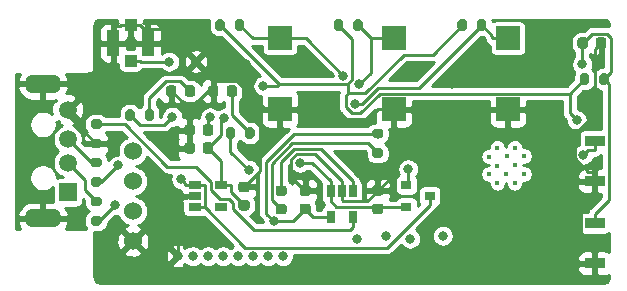
<source format=gbr>
G04 #@! TF.GenerationSoftware,KiCad,Pcbnew,(5.1.12)-1*
G04 #@! TF.CreationDate,2022-01-02T13:29:21+01:00*
G04 #@! TF.ProjectId,20210211_eduino,32303231-3032-4313-915f-656475696e6f,v1.0*
G04 #@! TF.SameCoordinates,Original*
G04 #@! TF.FileFunction,Copper,L1,Top*
G04 #@! TF.FilePolarity,Positive*
%FSLAX46Y46*%
G04 Gerber Fmt 4.6, Leading zero omitted, Abs format (unit mm)*
G04 Created by KiCad (PCBNEW (5.1.12)-1) date 2022-01-02 13:29:21*
%MOMM*%
%LPD*%
G01*
G04 APERTURE LIST*
G04 #@! TA.AperFunction,SMDPad,CuDef*
%ADD10R,1.700000X0.900000*%
G04 #@! TD*
G04 #@! TA.AperFunction,ComponentPad*
%ADD11C,0.400000*%
G04 #@! TD*
G04 #@! TA.AperFunction,SMDPad,CuDef*
%ADD12R,0.650000X1.060000*%
G04 #@! TD*
G04 #@! TA.AperFunction,SMDPad,CuDef*
%ADD13R,0.900000X0.800000*%
G04 #@! TD*
G04 #@! TA.AperFunction,ComponentPad*
%ADD14C,0.800000*%
G04 #@! TD*
G04 #@! TA.AperFunction,SMDPad,CuDef*
%ADD15R,1.060000X0.650000*%
G04 #@! TD*
G04 #@! TA.AperFunction,ComponentPad*
%ADD16R,1.508000X1.508000*%
G04 #@! TD*
G04 #@! TA.AperFunction,ComponentPad*
%ADD17C,1.508000*%
G04 #@! TD*
G04 #@! TA.AperFunction,ComponentPad*
%ADD18O,3.150000X1.575000*%
G04 #@! TD*
G04 #@! TA.AperFunction,SMDPad,CuDef*
%ADD19R,1.000000X1.000000*%
G04 #@! TD*
G04 #@! TA.AperFunction,SMDPad,CuDef*
%ADD20R,1.050000X2.200000*%
G04 #@! TD*
G04 #@! TA.AperFunction,SMDPad,CuDef*
%ADD21R,2.000000X2.000000*%
G04 #@! TD*
G04 #@! TA.AperFunction,ComponentPad*
%ADD22C,1.524000*%
G04 #@! TD*
G04 #@! TA.AperFunction,ViaPad*
%ADD23C,0.800000*%
G04 #@! TD*
G04 #@! TA.AperFunction,Conductor*
%ADD24C,0.250000*%
G04 #@! TD*
G04 #@! TA.AperFunction,Conductor*
%ADD25C,0.254000*%
G04 #@! TD*
G04 #@! TA.AperFunction,Conductor*
%ADD26C,0.100000*%
G04 #@! TD*
G04 APERTURE END LIST*
D10*
X129286000Y-50800000D03*
X129286000Y-47400000D03*
X129286000Y-54356000D03*
X129286000Y-57756000D03*
D11*
X122486400Y-50960000D03*
X123299200Y-50198000D03*
X123299200Y-48674000D03*
X122486400Y-47962800D03*
X121013200Y-47962800D03*
X120302000Y-48724800D03*
X120302000Y-50198000D03*
X121013200Y-50960000D03*
X121775200Y-50198000D03*
X121826000Y-48674000D03*
X122486400Y-49436000D03*
X121013200Y-49486800D03*
G04 #@! TA.AperFunction,SMDPad,CuDef*
G36*
G01*
X99818000Y-53295000D02*
X99318000Y-53295000D01*
G75*
G02*
X99093000Y-53070000I0J225000D01*
G01*
X99093000Y-52620000D01*
G75*
G02*
X99318000Y-52395000I225000J0D01*
G01*
X99818000Y-52395000D01*
G75*
G02*
X100043000Y-52620000I0J-225000D01*
G01*
X100043000Y-53070000D01*
G75*
G02*
X99818000Y-53295000I-225000J0D01*
G01*
G37*
G04 #@! TD.AperFunction*
G04 #@! TA.AperFunction,SMDPad,CuDef*
G36*
G01*
X99818000Y-51745000D02*
X99318000Y-51745000D01*
G75*
G02*
X99093000Y-51520000I0J225000D01*
G01*
X99093000Y-51070000D01*
G75*
G02*
X99318000Y-50845000I225000J0D01*
G01*
X99818000Y-50845000D01*
G75*
G02*
X100043000Y-51070000I0J-225000D01*
G01*
X100043000Y-51520000D01*
G75*
G02*
X99818000Y-51745000I-225000J0D01*
G01*
G37*
G04 #@! TD.AperFunction*
G04 #@! TA.AperFunction,SMDPad,CuDef*
G36*
G01*
X129357000Y-39366000D02*
X129357000Y-38866000D01*
G75*
G02*
X129582000Y-38641000I225000J0D01*
G01*
X130032000Y-38641000D01*
G75*
G02*
X130257000Y-38866000I0J-225000D01*
G01*
X130257000Y-39366000D01*
G75*
G02*
X130032000Y-39591000I-225000J0D01*
G01*
X129582000Y-39591000D01*
G75*
G02*
X129357000Y-39366000I0J225000D01*
G01*
G37*
G04 #@! TD.AperFunction*
G04 #@! TA.AperFunction,SMDPad,CuDef*
G36*
G01*
X127807000Y-39366000D02*
X127807000Y-38866000D01*
G75*
G02*
X128032000Y-38641000I225000J0D01*
G01*
X128482000Y-38641000D01*
G75*
G02*
X128707000Y-38866000I0J-225000D01*
G01*
X128707000Y-39366000D01*
G75*
G02*
X128482000Y-39591000I-225000J0D01*
G01*
X128032000Y-39591000D01*
G75*
G02*
X127807000Y-39366000I0J225000D01*
G01*
G37*
G04 #@! TD.AperFunction*
G04 #@! TA.AperFunction,SMDPad,CuDef*
G36*
G01*
X104500000Y-51162800D02*
X105000000Y-51162800D01*
G75*
G02*
X105225000Y-51387800I0J-225000D01*
G01*
X105225000Y-51837800D01*
G75*
G02*
X105000000Y-52062800I-225000J0D01*
G01*
X104500000Y-52062800D01*
G75*
G02*
X104275000Y-51837800I0J225000D01*
G01*
X104275000Y-51387800D01*
G75*
G02*
X104500000Y-51162800I225000J0D01*
G01*
G37*
G04 #@! TD.AperFunction*
G04 #@! TA.AperFunction,SMDPad,CuDef*
G36*
G01*
X104500000Y-52712800D02*
X105000000Y-52712800D01*
G75*
G02*
X105225000Y-52937800I0J-225000D01*
G01*
X105225000Y-53387800D01*
G75*
G02*
X105000000Y-53612800I-225000J0D01*
G01*
X104500000Y-53612800D01*
G75*
G02*
X104275000Y-53387800I0J225000D01*
G01*
X104275000Y-52937800D01*
G75*
G02*
X104500000Y-52712800I225000J0D01*
G01*
G37*
G04 #@! TD.AperFunction*
G04 #@! TA.AperFunction,SMDPad,CuDef*
G36*
G01*
X110646000Y-51149800D02*
X111146000Y-51149800D01*
G75*
G02*
X111371000Y-51374800I0J-225000D01*
G01*
X111371000Y-51824800D01*
G75*
G02*
X111146000Y-52049800I-225000J0D01*
G01*
X110646000Y-52049800D01*
G75*
G02*
X110421000Y-51824800I0J225000D01*
G01*
X110421000Y-51374800D01*
G75*
G02*
X110646000Y-51149800I225000J0D01*
G01*
G37*
G04 #@! TD.AperFunction*
G04 #@! TA.AperFunction,SMDPad,CuDef*
G36*
G01*
X110646000Y-52699800D02*
X111146000Y-52699800D01*
G75*
G02*
X111371000Y-52924800I0J-225000D01*
G01*
X111371000Y-53374800D01*
G75*
G02*
X111146000Y-53599800I-225000J0D01*
G01*
X110646000Y-53599800D01*
G75*
G02*
X110421000Y-53374800I0J225000D01*
G01*
X110421000Y-52924800D01*
G75*
G02*
X110646000Y-52699800I225000J0D01*
G01*
G37*
G04 #@! TD.AperFunction*
G04 #@! TA.AperFunction,SMDPad,CuDef*
G36*
G01*
X102461750Y-51175300D02*
X102974250Y-51175300D01*
G75*
G02*
X103193000Y-51394050I0J-218750D01*
G01*
X103193000Y-51831550D01*
G75*
G02*
X102974250Y-52050300I-218750J0D01*
G01*
X102461750Y-52050300D01*
G75*
G02*
X102243000Y-51831550I0J218750D01*
G01*
X102243000Y-51394050D01*
G75*
G02*
X102461750Y-51175300I218750J0D01*
G01*
G37*
G04 #@! TD.AperFunction*
G04 #@! TA.AperFunction,SMDPad,CuDef*
G36*
G01*
X102461750Y-52750300D02*
X102974250Y-52750300D01*
G75*
G02*
X103193000Y-52969050I0J-218750D01*
G01*
X103193000Y-53406550D01*
G75*
G02*
X102974250Y-53625300I-218750J0D01*
G01*
X102461750Y-53625300D01*
G75*
G02*
X102243000Y-53406550I0J218750D01*
G01*
X102243000Y-52969050D01*
G75*
G02*
X102461750Y-52750300I218750J0D01*
G01*
G37*
G04 #@! TD.AperFunction*
G04 #@! TA.AperFunction,SMDPad,CuDef*
G36*
G01*
X117647000Y-37867000D02*
X117647000Y-37317000D01*
G75*
G02*
X117847000Y-37117000I200000J0D01*
G01*
X118247000Y-37117000D01*
G75*
G02*
X118447000Y-37317000I0J-200000D01*
G01*
X118447000Y-37867000D01*
G75*
G02*
X118247000Y-38067000I-200000J0D01*
G01*
X117847000Y-38067000D01*
G75*
G02*
X117647000Y-37867000I0J200000D01*
G01*
G37*
G04 #@! TD.AperFunction*
G04 #@! TA.AperFunction,SMDPad,CuDef*
G36*
G01*
X119297000Y-37867000D02*
X119297000Y-37317000D01*
G75*
G02*
X119497000Y-37117000I200000J0D01*
G01*
X119897000Y-37117000D01*
G75*
G02*
X120097000Y-37317000I0J-200000D01*
G01*
X120097000Y-37867000D01*
G75*
G02*
X119897000Y-38067000I-200000J0D01*
G01*
X119497000Y-38067000D01*
G75*
G02*
X119297000Y-37867000I0J200000D01*
G01*
G37*
G04 #@! TD.AperFunction*
G04 #@! TA.AperFunction,SMDPad,CuDef*
G36*
G01*
X86783000Y-47225000D02*
X87333000Y-47225000D01*
G75*
G02*
X87533000Y-47425000I0J-200000D01*
G01*
X87533000Y-47825000D01*
G75*
G02*
X87333000Y-48025000I-200000J0D01*
G01*
X86783000Y-48025000D01*
G75*
G02*
X86583000Y-47825000I0J200000D01*
G01*
X86583000Y-47425000D01*
G75*
G02*
X86783000Y-47225000I200000J0D01*
G01*
G37*
G04 #@! TD.AperFunction*
G04 #@! TA.AperFunction,SMDPad,CuDef*
G36*
G01*
X86783000Y-45575000D02*
X87333000Y-45575000D01*
G75*
G02*
X87533000Y-45775000I0J-200000D01*
G01*
X87533000Y-46175000D01*
G75*
G02*
X87333000Y-46375000I-200000J0D01*
G01*
X86783000Y-46375000D01*
G75*
G02*
X86583000Y-46175000I0J200000D01*
G01*
X86583000Y-45775000D01*
G75*
G02*
X86783000Y-45575000I200000J0D01*
G01*
G37*
G04 #@! TD.AperFunction*
G04 #@! TA.AperFunction,SMDPad,CuDef*
G36*
G01*
X110621000Y-46386800D02*
X111171000Y-46386800D01*
G75*
G02*
X111371000Y-46586800I0J-200000D01*
G01*
X111371000Y-46986800D01*
G75*
G02*
X111171000Y-47186800I-200000J0D01*
G01*
X110621000Y-47186800D01*
G75*
G02*
X110421000Y-46986800I0J200000D01*
G01*
X110421000Y-46586800D01*
G75*
G02*
X110621000Y-46386800I200000J0D01*
G01*
G37*
G04 #@! TD.AperFunction*
G04 #@! TA.AperFunction,SMDPad,CuDef*
G36*
G01*
X110621000Y-48036800D02*
X111171000Y-48036800D01*
G75*
G02*
X111371000Y-48236800I0J-200000D01*
G01*
X111371000Y-48636800D01*
G75*
G02*
X111171000Y-48836800I-200000J0D01*
G01*
X110621000Y-48836800D01*
G75*
G02*
X110421000Y-48636800I0J200000D01*
G01*
X110421000Y-48236800D01*
G75*
G02*
X110621000Y-48036800I200000J0D01*
G01*
G37*
G04 #@! TD.AperFunction*
G04 #@! TA.AperFunction,SMDPad,CuDef*
G36*
G01*
X129648000Y-42439000D02*
X129648000Y-41889000D01*
G75*
G02*
X129848000Y-41689000I200000J0D01*
G01*
X130248000Y-41689000D01*
G75*
G02*
X130448000Y-41889000I0J-200000D01*
G01*
X130448000Y-42439000D01*
G75*
G02*
X130248000Y-42639000I-200000J0D01*
G01*
X129848000Y-42639000D01*
G75*
G02*
X129648000Y-42439000I0J200000D01*
G01*
G37*
G04 #@! TD.AperFunction*
G04 #@! TA.AperFunction,SMDPad,CuDef*
G36*
G01*
X127998000Y-42439000D02*
X127998000Y-41889000D01*
G75*
G02*
X128198000Y-41689000I200000J0D01*
G01*
X128598000Y-41689000D01*
G75*
G02*
X128798000Y-41889000I0J-200000D01*
G01*
X128798000Y-42439000D01*
G75*
G02*
X128598000Y-42639000I-200000J0D01*
G01*
X128198000Y-42639000D01*
G75*
G02*
X127998000Y-42439000I0J200000D01*
G01*
G37*
G04 #@! TD.AperFunction*
G04 #@! TA.AperFunction,SMDPad,CuDef*
G36*
G01*
X86783000Y-50463500D02*
X87333000Y-50463500D01*
G75*
G02*
X87533000Y-50663500I0J-200000D01*
G01*
X87533000Y-51063500D01*
G75*
G02*
X87333000Y-51263500I-200000J0D01*
G01*
X86783000Y-51263500D01*
G75*
G02*
X86583000Y-51063500I0J200000D01*
G01*
X86583000Y-50663500D01*
G75*
G02*
X86783000Y-50463500I200000J0D01*
G01*
G37*
G04 #@! TD.AperFunction*
G04 #@! TA.AperFunction,SMDPad,CuDef*
G36*
G01*
X86783000Y-48813500D02*
X87333000Y-48813500D01*
G75*
G02*
X87533000Y-49013500I0J-200000D01*
G01*
X87533000Y-49413500D01*
G75*
G02*
X87333000Y-49613500I-200000J0D01*
G01*
X86783000Y-49613500D01*
G75*
G02*
X86583000Y-49413500I0J200000D01*
G01*
X86583000Y-49013500D01*
G75*
G02*
X86783000Y-48813500I200000J0D01*
G01*
G37*
G04 #@! TD.AperFunction*
G04 #@! TA.AperFunction,SMDPad,CuDef*
G36*
G01*
X86783000Y-52115500D02*
X87333000Y-52115500D01*
G75*
G02*
X87533000Y-52315500I0J-200000D01*
G01*
X87533000Y-52715500D01*
G75*
G02*
X87333000Y-52915500I-200000J0D01*
G01*
X86783000Y-52915500D01*
G75*
G02*
X86583000Y-52715500I0J200000D01*
G01*
X86583000Y-52315500D01*
G75*
G02*
X86783000Y-52115500I200000J0D01*
G01*
G37*
G04 #@! TD.AperFunction*
G04 #@! TA.AperFunction,SMDPad,CuDef*
G36*
G01*
X86783000Y-53765500D02*
X87333000Y-53765500D01*
G75*
G02*
X87533000Y-53965500I0J-200000D01*
G01*
X87533000Y-54365500D01*
G75*
G02*
X87333000Y-54565500I-200000J0D01*
G01*
X86783000Y-54565500D01*
G75*
G02*
X86583000Y-54365500I0J200000D01*
G01*
X86583000Y-53965500D01*
G75*
G02*
X86783000Y-53765500I200000J0D01*
G01*
G37*
G04 #@! TD.AperFunction*
D12*
X108812000Y-51668500D03*
X107862000Y-51668500D03*
X106912000Y-51668500D03*
X106912000Y-53868500D03*
X108812000Y-53868500D03*
G04 #@! TA.AperFunction,SMDPad,CuDef*
G36*
G01*
X96070000Y-46732000D02*
X96070000Y-46232000D01*
G75*
G02*
X96295000Y-46007000I225000J0D01*
G01*
X96745000Y-46007000D01*
G75*
G02*
X96970000Y-46232000I0J-225000D01*
G01*
X96970000Y-46732000D01*
G75*
G02*
X96745000Y-46957000I-225000J0D01*
G01*
X96295000Y-46957000D01*
G75*
G02*
X96070000Y-46732000I0J225000D01*
G01*
G37*
G04 #@! TD.AperFunction*
G04 #@! TA.AperFunction,SMDPad,CuDef*
G36*
G01*
X94520000Y-46732000D02*
X94520000Y-46232000D01*
G75*
G02*
X94745000Y-46007000I225000J0D01*
G01*
X95195000Y-46007000D01*
G75*
G02*
X95420000Y-46232000I0J-225000D01*
G01*
X95420000Y-46732000D01*
G75*
G02*
X95195000Y-46957000I-225000J0D01*
G01*
X94745000Y-46957000D01*
G75*
G02*
X94520000Y-46732000I0J225000D01*
G01*
G37*
G04 #@! TD.AperFunction*
G04 #@! TA.AperFunction,SMDPad,CuDef*
G36*
G01*
X94520000Y-48256000D02*
X94520000Y-47756000D01*
G75*
G02*
X94745000Y-47531000I225000J0D01*
G01*
X95195000Y-47531000D01*
G75*
G02*
X95420000Y-47756000I0J-225000D01*
G01*
X95420000Y-48256000D01*
G75*
G02*
X95195000Y-48481000I-225000J0D01*
G01*
X94745000Y-48481000D01*
G75*
G02*
X94520000Y-48256000I0J225000D01*
G01*
G37*
G04 #@! TD.AperFunction*
G04 #@! TA.AperFunction,SMDPad,CuDef*
G36*
G01*
X96070000Y-48256000D02*
X96070000Y-47756000D01*
G75*
G02*
X96295000Y-47531000I225000J0D01*
G01*
X96745000Y-47531000D01*
G75*
G02*
X96970000Y-47756000I0J-225000D01*
G01*
X96970000Y-48256000D01*
G75*
G02*
X96745000Y-48481000I-225000J0D01*
G01*
X96295000Y-48481000D01*
G75*
G02*
X96070000Y-48256000I0J225000D01*
G01*
G37*
G04 #@! TD.AperFunction*
D13*
X113316000Y-51120000D03*
X113316000Y-53020000D03*
X115316000Y-52070000D03*
D14*
X93980000Y-57150000D03*
X95250000Y-57150000D03*
X96520000Y-57150000D03*
X97790000Y-57150000D03*
X99060000Y-57150000D03*
X100330000Y-57150000D03*
X101600000Y-57150000D03*
X102870000Y-57150000D03*
X93230700Y-40690800D03*
X95516700Y-40678100D03*
D15*
X95420000Y-51120000D03*
X95420000Y-52070000D03*
X95420000Y-53020000D03*
X97620000Y-53020000D03*
X97620000Y-51120000D03*
D16*
X84650000Y-51760000D03*
D17*
X84650000Y-49260000D03*
X84650000Y-47260000D03*
X84650000Y-44760000D03*
D18*
X82550000Y-42560000D03*
X82550000Y-53960000D03*
D19*
X89965000Y-40616000D03*
X89965000Y-37616000D03*
D20*
X91440000Y-39116000D03*
X88490000Y-39116000D03*
G04 #@! TA.AperFunction,SMDPad,CuDef*
G36*
G01*
X98786000Y-37867000D02*
X98786000Y-37317000D01*
G75*
G02*
X98986000Y-37117000I200000J0D01*
G01*
X99386000Y-37117000D01*
G75*
G02*
X99586000Y-37317000I0J-200000D01*
G01*
X99586000Y-37867000D01*
G75*
G02*
X99386000Y-38067000I-200000J0D01*
G01*
X98986000Y-38067000D01*
G75*
G02*
X98786000Y-37867000I0J200000D01*
G01*
G37*
G04 #@! TD.AperFunction*
G04 #@! TA.AperFunction,SMDPad,CuDef*
G36*
G01*
X97136000Y-37867000D02*
X97136000Y-37317000D01*
G75*
G02*
X97336000Y-37117000I200000J0D01*
G01*
X97736000Y-37117000D01*
G75*
G02*
X97936000Y-37317000I0J-200000D01*
G01*
X97936000Y-37867000D01*
G75*
G02*
X97736000Y-38067000I-200000J0D01*
G01*
X97336000Y-38067000D01*
G75*
G02*
X97136000Y-37867000I0J200000D01*
G01*
G37*
G04 #@! TD.AperFunction*
G04 #@! TA.AperFunction,SMDPad,CuDef*
G36*
G01*
X107170000Y-37867000D02*
X107170000Y-37317000D01*
G75*
G02*
X107370000Y-37117000I200000J0D01*
G01*
X107770000Y-37117000D01*
G75*
G02*
X107970000Y-37317000I0J-200000D01*
G01*
X107970000Y-37867000D01*
G75*
G02*
X107770000Y-38067000I-200000J0D01*
G01*
X107370000Y-38067000D01*
G75*
G02*
X107170000Y-37867000I0J200000D01*
G01*
G37*
G04 #@! TD.AperFunction*
G04 #@! TA.AperFunction,SMDPad,CuDef*
G36*
G01*
X108820000Y-37867000D02*
X108820000Y-37317000D01*
G75*
G02*
X109020000Y-37117000I200000J0D01*
G01*
X109420000Y-37117000D01*
G75*
G02*
X109620000Y-37317000I0J-200000D01*
G01*
X109620000Y-37867000D01*
G75*
G02*
X109420000Y-38067000I-200000J0D01*
G01*
X109020000Y-38067000D01*
G75*
G02*
X108820000Y-37867000I0J200000D01*
G01*
G37*
G04 #@! TD.AperFunction*
D21*
X102616000Y-44720000D03*
X102616000Y-38720000D03*
X112268000Y-38720000D03*
X112268000Y-44720000D03*
X121920000Y-44720000D03*
X121920000Y-38720000D03*
D22*
X90170000Y-55880000D03*
X90170000Y-53340000D03*
X90170000Y-50800000D03*
X90170000Y-48260000D03*
G04 #@! TA.AperFunction,SMDPad,CuDef*
G36*
G01*
X94558500Y-43436250D02*
X94558500Y-42923750D01*
G75*
G02*
X94777250Y-42705000I218750J0D01*
G01*
X95214750Y-42705000D01*
G75*
G02*
X95433500Y-42923750I0J-218750D01*
G01*
X95433500Y-43436250D01*
G75*
G02*
X95214750Y-43655000I-218750J0D01*
G01*
X94777250Y-43655000D01*
G75*
G02*
X94558500Y-43436250I0J218750D01*
G01*
G37*
G04 #@! TD.AperFunction*
G04 #@! TA.AperFunction,SMDPad,CuDef*
G36*
G01*
X92983500Y-43436250D02*
X92983500Y-42923750D01*
G75*
G02*
X93202250Y-42705000I218750J0D01*
G01*
X93639750Y-42705000D01*
G75*
G02*
X93858500Y-42923750I0J-218750D01*
G01*
X93858500Y-43436250D01*
G75*
G02*
X93639750Y-43655000I-218750J0D01*
G01*
X93202250Y-43655000D01*
G75*
G02*
X92983500Y-43436250I0J218750D01*
G01*
G37*
G04 #@! TD.AperFunction*
G04 #@! TA.AperFunction,SMDPad,CuDef*
G36*
G01*
X96539500Y-43436250D02*
X96539500Y-42923750D01*
G75*
G02*
X96758250Y-42705000I218750J0D01*
G01*
X97195750Y-42705000D01*
G75*
G02*
X97414500Y-42923750I0J-218750D01*
G01*
X97414500Y-43436250D01*
G75*
G02*
X97195750Y-43655000I-218750J0D01*
G01*
X96758250Y-43655000D01*
G75*
G02*
X96539500Y-43436250I0J218750D01*
G01*
G37*
G04 #@! TD.AperFunction*
G04 #@! TA.AperFunction,SMDPad,CuDef*
G36*
G01*
X98114500Y-43436250D02*
X98114500Y-42923750D01*
G75*
G02*
X98333250Y-42705000I218750J0D01*
G01*
X98770750Y-42705000D01*
G75*
G02*
X98989500Y-42923750I0J-218750D01*
G01*
X98989500Y-43436250D01*
G75*
G02*
X98770750Y-43655000I-218750J0D01*
G01*
X98333250Y-43655000D01*
G75*
G02*
X98114500Y-43436250I0J218750D01*
G01*
G37*
G04 #@! TD.AperFunction*
G04 #@! TA.AperFunction,SMDPad,CuDef*
G36*
G01*
X89516000Y-45487000D02*
X89516000Y-44937000D01*
G75*
G02*
X89716000Y-44737000I200000J0D01*
G01*
X90116000Y-44737000D01*
G75*
G02*
X90316000Y-44937000I0J-200000D01*
G01*
X90316000Y-45487000D01*
G75*
G02*
X90116000Y-45687000I-200000J0D01*
G01*
X89716000Y-45687000D01*
G75*
G02*
X89516000Y-45487000I0J200000D01*
G01*
G37*
G04 #@! TD.AperFunction*
G04 #@! TA.AperFunction,SMDPad,CuDef*
G36*
G01*
X91166000Y-45487000D02*
X91166000Y-44937000D01*
G75*
G02*
X91366000Y-44737000I200000J0D01*
G01*
X91766000Y-44737000D01*
G75*
G02*
X91966000Y-44937000I0J-200000D01*
G01*
X91966000Y-45487000D01*
G75*
G02*
X91766000Y-45687000I-200000J0D01*
G01*
X91366000Y-45687000D01*
G75*
G02*
X91166000Y-45487000I0J200000D01*
G01*
G37*
G04 #@! TD.AperFunction*
G04 #@! TA.AperFunction,SMDPad,CuDef*
G36*
G01*
X99676000Y-47011000D02*
X99676000Y-46461000D01*
G75*
G02*
X99876000Y-46261000I200000J0D01*
G01*
X100276000Y-46261000D01*
G75*
G02*
X100476000Y-46461000I0J-200000D01*
G01*
X100476000Y-47011000D01*
G75*
G02*
X100276000Y-47211000I-200000J0D01*
G01*
X99876000Y-47211000D01*
G75*
G02*
X99676000Y-47011000I0J200000D01*
G01*
G37*
G04 #@! TD.AperFunction*
G04 #@! TA.AperFunction,SMDPad,CuDef*
G36*
G01*
X98026000Y-47011000D02*
X98026000Y-46461000D01*
G75*
G02*
X98226000Y-46261000I200000J0D01*
G01*
X98626000Y-46261000D01*
G75*
G02*
X98826000Y-46461000I0J-200000D01*
G01*
X98826000Y-47011000D01*
G75*
G02*
X98626000Y-47211000I-200000J0D01*
G01*
X98226000Y-47211000D01*
G75*
G02*
X98026000Y-47011000I0J200000D01*
G01*
G37*
G04 #@! TD.AperFunction*
D23*
X102099300Y-54216700D03*
X110896000Y-46786800D03*
X113474500Y-49784000D03*
X117157500Y-42608500D03*
X117332000Y-44720000D03*
X101917500Y-40703500D03*
X99758500Y-40894000D03*
X114300000Y-41592500D03*
X127751400Y-45641800D03*
X128199700Y-40918500D03*
X88886200Y-49481200D03*
X88669900Y-52826500D03*
X128289100Y-48583000D03*
X109136200Y-55700900D03*
X109334200Y-42623400D03*
X104298900Y-49262800D03*
X116409300Y-55447700D03*
X96707600Y-45402900D03*
X94251600Y-50636100D03*
X97878854Y-45481258D03*
X101219000Y-42735500D03*
X107995900Y-41864600D03*
X108965000Y-44302800D03*
X113642300Y-55686600D03*
X111580000Y-55475000D03*
X93515100Y-45348800D03*
X99963700Y-49846700D03*
D24*
X110896000Y-46786800D02*
X103838400Y-46786800D01*
X103838400Y-46786800D02*
X101440100Y-49185100D01*
X101440100Y-49185100D02*
X101440100Y-53557500D01*
X101440100Y-53557500D02*
X102099300Y-54216700D01*
X104750000Y-53162800D02*
X103696100Y-54216700D01*
X103696100Y-54216700D02*
X102099300Y-54216700D01*
X106912000Y-53868500D02*
X105455700Y-53868500D01*
X105455700Y-53868500D02*
X104750000Y-53162800D01*
X113474500Y-50961500D02*
X113316000Y-51120000D01*
X113474500Y-49784000D02*
X113474500Y-50961500D01*
X112268000Y-44720000D02*
X117332000Y-44720000D01*
X121920000Y-44720000D02*
X120594700Y-44720000D01*
X112268000Y-44720000D02*
X112268000Y-50227800D01*
X112268000Y-50227800D02*
X110896000Y-51599800D01*
X99568000Y-51295000D02*
X100933500Y-49929500D01*
X100933500Y-49929500D02*
X100933500Y-45077200D01*
X100933500Y-45077200D02*
X101290700Y-44720000D01*
X102616000Y-44720000D02*
X101290700Y-44720000D01*
X107862000Y-51668500D02*
X107862000Y-50813200D01*
X104750000Y-51612800D02*
X103568900Y-50431700D01*
X103568900Y-50431700D02*
X103568900Y-48967000D01*
X103568900Y-48967000D02*
X104028300Y-48507600D01*
X104028300Y-48507600D02*
X105556400Y-48507600D01*
X105556400Y-48507600D02*
X107862000Y-50813200D01*
X127563800Y-46452600D02*
X127966400Y-46452600D01*
X127966400Y-46452600D02*
X129321900Y-45097100D01*
X129321900Y-45097100D02*
X129321900Y-39601100D01*
X129321900Y-39601100D02*
X129807000Y-39116000D01*
X123245300Y-44720000D02*
X124977900Y-46452600D01*
X124977900Y-46452600D02*
X127563800Y-46452600D01*
X127563800Y-46452600D02*
X127563800Y-48883400D01*
X127563800Y-48883400D02*
X128705100Y-50024700D01*
X128705100Y-50024700D02*
X129286000Y-50024700D01*
X112268000Y-44720000D02*
X110942700Y-44720000D01*
X102616000Y-44720000D02*
X103941300Y-44720000D01*
X103941300Y-44720000D02*
X104756100Y-45534800D01*
X104756100Y-45534800D02*
X110127900Y-45534800D01*
X110127900Y-45534800D02*
X110942700Y-44720000D01*
X110896000Y-51599800D02*
X109972000Y-52523800D01*
X109972000Y-52523800D02*
X107974600Y-52523800D01*
X107974600Y-52523800D02*
X107862000Y-52411200D01*
X107862000Y-51668500D02*
X107862000Y-52411200D01*
X96977000Y-42360800D02*
X99014300Y-42360800D01*
X99014300Y-42360800D02*
X101290700Y-44637200D01*
X101290700Y-44637200D02*
X101290700Y-44720000D01*
X96977000Y-43180000D02*
X96519000Y-43180000D01*
X96519000Y-43180000D02*
X94970000Y-44729000D01*
X96977000Y-42360800D02*
X96977000Y-43180000D01*
X94970000Y-44729000D02*
X94970000Y-46482000D01*
X93421000Y-43180000D02*
X94970000Y-44729000D01*
X95516700Y-40678100D02*
X95516700Y-40900500D01*
X95516700Y-40900500D02*
X96977000Y-42360800D01*
X129286000Y-50800000D02*
X129286000Y-50024700D01*
X129286000Y-50800000D02*
X129286000Y-51575300D01*
X129286000Y-51575300D02*
X128110600Y-52750700D01*
X128110600Y-52750700D02*
X128110600Y-55805300D01*
X128110600Y-55805300D02*
X129286000Y-56980700D01*
X121920000Y-44720000D02*
X123245300Y-44720000D01*
X129286000Y-57756000D02*
X129286000Y-56980700D01*
X91440000Y-37941700D02*
X92780300Y-37941700D01*
X92780300Y-37941700D02*
X95516700Y-40678100D01*
X93980000Y-57150000D02*
X93980000Y-52654700D01*
X93980000Y-52654700D02*
X94564700Y-52070000D01*
X95420000Y-52070000D02*
X94564700Y-52070000D01*
X94970000Y-46482000D02*
X94970000Y-48006000D01*
X89965000Y-37616000D02*
X90790300Y-37616000D01*
X91440000Y-37941700D02*
X91116000Y-37941700D01*
X91116000Y-37941700D02*
X90790300Y-37616000D01*
X87058000Y-47625000D02*
X84650000Y-45217000D01*
X84650000Y-45217000D02*
X84650000Y-44760000D01*
X91440000Y-39116000D02*
X91440000Y-37941700D01*
X89965000Y-37616000D02*
X89139700Y-37616000D01*
X88490000Y-39116000D02*
X88490000Y-37690700D01*
X88490000Y-37690700D02*
X89065000Y-37690700D01*
X89065000Y-37690700D02*
X89139700Y-37616000D01*
X117332000Y-44720000D02*
X120594700Y-44720000D01*
X108406700Y-43379300D02*
X108196200Y-43589800D01*
X108196200Y-43589800D02*
X108196200Y-44569300D01*
X108196200Y-44569300D02*
X108693600Y-45066700D01*
X108693600Y-45066700D02*
X109411700Y-45066700D01*
X109411700Y-45066700D02*
X111083800Y-43394600D01*
X111083800Y-43394600D02*
X127167400Y-43394600D01*
X108406700Y-42591700D02*
X108406700Y-43379300D01*
X118047000Y-37592000D02*
X115540100Y-40098900D01*
X115540100Y-40098900D02*
X113102400Y-40098900D01*
X113102400Y-40098900D02*
X109822000Y-43379300D01*
X109822000Y-43379300D02*
X108406700Y-43379300D01*
X107570000Y-37592000D02*
X108725300Y-38747300D01*
X108725300Y-38747300D02*
X108725300Y-42206600D01*
X108725300Y-42206600D02*
X108406700Y-42525200D01*
X108406700Y-42525200D02*
X108406700Y-42591700D01*
X97536000Y-37592000D02*
X102535700Y-42591700D01*
X102535700Y-42591700D02*
X108406700Y-42591700D01*
X127167400Y-43394600D02*
X128398000Y-42164000D01*
X127167400Y-43394600D02*
X127167400Y-45057800D01*
X127167400Y-45057800D02*
X127751400Y-45641800D01*
X128257000Y-39116000D02*
X128199700Y-39173300D01*
X128199700Y-39173300D02*
X128199700Y-40918500D01*
X130048000Y-42164000D02*
X130651600Y-41560400D01*
X130651600Y-41560400D02*
X130651600Y-38664400D01*
X130651600Y-38664400D02*
X130297000Y-38309800D01*
X130297000Y-38309800D02*
X129063200Y-38309800D01*
X129063200Y-38309800D02*
X128257000Y-39116000D01*
X129286000Y-53580700D02*
X130461400Y-52405300D01*
X130461400Y-52405300D02*
X130461400Y-42577400D01*
X130461400Y-42577400D02*
X130048000Y-42164000D01*
X129286000Y-54356000D02*
X129286000Y-53580700D01*
X110896000Y-48436800D02*
X110066200Y-47607000D01*
X110066200Y-47607000D02*
X103655100Y-47607000D01*
X103655100Y-47607000D02*
X101908500Y-49353600D01*
X101908500Y-49353600D02*
X101908500Y-52378300D01*
X101908500Y-52378300D02*
X102718000Y-53187800D01*
X84650000Y-47260000D02*
X86603500Y-49213500D01*
X86603500Y-49213500D02*
X87058000Y-49213500D01*
X84650000Y-49260000D02*
X86132200Y-50742200D01*
X86132200Y-50742200D02*
X86132200Y-51589700D01*
X86132200Y-51589700D02*
X87058000Y-52515500D01*
X87058000Y-50863500D02*
X87503900Y-50863500D01*
X87503900Y-50863500D02*
X88886200Y-49481200D01*
X87058000Y-54165500D02*
X87330900Y-54165500D01*
X87330900Y-54165500D02*
X88669900Y-52826500D01*
X129286000Y-47400000D02*
X129286000Y-48175300D01*
X128289100Y-48583000D02*
X128696800Y-48175300D01*
X128696800Y-48175300D02*
X129286000Y-48175300D01*
X110348000Y-38720000D02*
X110348000Y-41609600D01*
X110348000Y-41609600D02*
X109334200Y-42623400D01*
X110348000Y-38720000D02*
X109220000Y-37592000D01*
X112268000Y-38720000D02*
X110348000Y-38720000D01*
X104298900Y-49262800D02*
X105361600Y-49262800D01*
X105361600Y-49262800D02*
X106912000Y-50813200D01*
X110896000Y-53149800D02*
X110747900Y-53001700D01*
X110747900Y-53001700D02*
X107389900Y-53001700D01*
X107389900Y-53001700D02*
X106912000Y-52523800D01*
X106912000Y-51668500D02*
X106912000Y-52523800D01*
X112540700Y-53020000D02*
X111025800Y-53020000D01*
X111025800Y-53020000D02*
X110896000Y-53149800D01*
X106912000Y-51668500D02*
X106912000Y-50813200D01*
X113316000Y-53020000D02*
X112540700Y-53020000D01*
X108812000Y-50813200D02*
X106056100Y-48057300D01*
X106056100Y-48057300D02*
X103841700Y-48057300D01*
X103841700Y-48057300D02*
X102718000Y-49181000D01*
X102718000Y-49181000D02*
X102718000Y-51612800D01*
X108812000Y-51668500D02*
X108812000Y-50813200D01*
X108812000Y-54723800D02*
X108579000Y-54956800D01*
X108579000Y-54956800D02*
X100391000Y-54956800D01*
X100391000Y-54956800D02*
X98621100Y-53186900D01*
X98621100Y-53186900D02*
X98621100Y-52698000D01*
X98621100Y-52698000D02*
X98273300Y-52350200D01*
X98273300Y-52350200D02*
X97520400Y-52350200D01*
X97520400Y-52350200D02*
X96764700Y-51594500D01*
X96764700Y-51594500D02*
X96764700Y-50892200D01*
X96764700Y-50892200D02*
X95470200Y-49597700D01*
X95470200Y-49597700D02*
X93083700Y-49597700D01*
X93083700Y-49597700D02*
X89461000Y-45975000D01*
X89461000Y-45975000D02*
X87058000Y-45975000D01*
X108812000Y-53868500D02*
X108812000Y-54723800D01*
X115316000Y-52795300D02*
X111676900Y-56434400D01*
X111676900Y-56434400D02*
X108131400Y-56434400D01*
X108131400Y-56434400D02*
X108121600Y-56424600D01*
X108121600Y-56424600D02*
X99679900Y-56424600D01*
X99679900Y-56424600D02*
X96275300Y-53020000D01*
X94564700Y-51120000D02*
X94564700Y-50949200D01*
X94564700Y-50949200D02*
X94251600Y-50636100D01*
X96275300Y-53020000D02*
X96275300Y-51120000D01*
X95420000Y-53020000D02*
X96275300Y-53020000D01*
X95420000Y-51120000D02*
X96275300Y-51120000D01*
X95420000Y-51120000D02*
X94564700Y-51120000D01*
X96707600Y-45402900D02*
X96520000Y-45590500D01*
X96520000Y-45590500D02*
X96520000Y-46482000D01*
X115316000Y-52070000D02*
X115316000Y-52795300D01*
X97620000Y-51120000D02*
X98475300Y-51120000D01*
X98475300Y-51120000D02*
X98475300Y-51752300D01*
X98475300Y-51752300D02*
X99568000Y-52845000D01*
X96520000Y-48006000D02*
X97620000Y-49106000D01*
X97620000Y-49106000D02*
X97620000Y-51120000D01*
X96520000Y-48006000D02*
X96393000Y-48006000D01*
X96520000Y-48006000D02*
X97663000Y-46863000D01*
X97663000Y-45697112D02*
X97878854Y-45481258D01*
X97663000Y-46863000D02*
X97663000Y-45697112D01*
X102391900Y-42735500D02*
X102535700Y-42591700D01*
X101219000Y-42735500D02*
X102391900Y-42735500D01*
X89965000Y-40616000D02*
X90790300Y-40616000D01*
X90790300Y-40616000D02*
X90865100Y-40690800D01*
X90865100Y-40690800D02*
X93230700Y-40690800D01*
X102616000Y-38720000D02*
X104851300Y-38720000D01*
X104851300Y-38720000D02*
X107995900Y-41864600D01*
X99186000Y-37592000D02*
X100314000Y-38720000D01*
X100314000Y-38720000D02*
X102616000Y-38720000D01*
X119697000Y-37592000D02*
X114369800Y-42919200D01*
X114369800Y-42919200D02*
X110919600Y-42919200D01*
X110919600Y-42919200D02*
X109536000Y-44302800D01*
X109536000Y-44302800D02*
X108965000Y-44302800D01*
X121920000Y-38720000D02*
X120594700Y-38720000D01*
X120594700Y-38720000D02*
X120594700Y-38489700D01*
X120594700Y-38489700D02*
X119697000Y-37592000D01*
X94996000Y-43180000D02*
X94172300Y-42356300D01*
X94172300Y-42356300D02*
X92963600Y-42356300D01*
X92963600Y-42356300D02*
X91566000Y-43753900D01*
X91566000Y-43753900D02*
X91566000Y-45212000D01*
X100076000Y-46736000D02*
X98552000Y-45212000D01*
X98552000Y-45212000D02*
X98552000Y-43180000D01*
X89916000Y-45212000D02*
X90738200Y-46034200D01*
X90738200Y-46034200D02*
X92829700Y-46034200D01*
X92829700Y-46034200D02*
X93515100Y-45348800D01*
X98426000Y-46736000D02*
X98426000Y-48309000D01*
X98426000Y-48309000D02*
X99963700Y-49846700D01*
D25*
X129241402Y-42844316D02*
X129332131Y-42954869D01*
X129442684Y-43045598D01*
X129568814Y-43113015D01*
X129705672Y-43154531D01*
X129809401Y-43164747D01*
X129809401Y-46420451D01*
X128436000Y-46420451D01*
X128332690Y-46430626D01*
X128233350Y-46460761D01*
X128141798Y-46509696D01*
X128061552Y-46575552D01*
X127995696Y-46655798D01*
X127946761Y-46747350D01*
X127916626Y-46846690D01*
X127906451Y-46950000D01*
X127906451Y-47738121D01*
X127850001Y-47761504D01*
X127698172Y-47862952D01*
X127569052Y-47992072D01*
X127467604Y-48143901D01*
X127397724Y-48312604D01*
X127362100Y-48491699D01*
X127362100Y-48674301D01*
X127397724Y-48853396D01*
X127467604Y-49022099D01*
X127569052Y-49173928D01*
X127698172Y-49303048D01*
X127850001Y-49404496D01*
X128018704Y-49474376D01*
X128197799Y-49510000D01*
X128380401Y-49510000D01*
X128559496Y-49474376D01*
X128728199Y-49404496D01*
X128880028Y-49303048D01*
X129009148Y-49173928D01*
X129110596Y-49022099D01*
X129180476Y-48853396D01*
X129185667Y-48827300D01*
X129253978Y-48827300D01*
X129286000Y-48830454D01*
X129318022Y-48827300D01*
X129413814Y-48817865D01*
X129536717Y-48780583D01*
X129649984Y-48720041D01*
X129749264Y-48638564D01*
X129809400Y-48565288D01*
X129809400Y-49713706D01*
X129571750Y-49715000D01*
X129413000Y-49873750D01*
X129413000Y-50673000D01*
X129433000Y-50673000D01*
X129433000Y-50927000D01*
X129413000Y-50927000D01*
X129413000Y-51726250D01*
X129571750Y-51885000D01*
X129809400Y-51886294D01*
X129809400Y-52135233D01*
X128847614Y-53097020D01*
X128822737Y-53117436D01*
X128741260Y-53216716D01*
X128733428Y-53231369D01*
X128680717Y-53329984D01*
X128666621Y-53376451D01*
X128436000Y-53376451D01*
X128332690Y-53386626D01*
X128233350Y-53416761D01*
X128141798Y-53465696D01*
X128061552Y-53531552D01*
X127995696Y-53611798D01*
X127946761Y-53703350D01*
X127916626Y-53802690D01*
X127906451Y-53906000D01*
X127906451Y-54806000D01*
X127916626Y-54909310D01*
X127946761Y-55008650D01*
X127995696Y-55100202D01*
X128061552Y-55180448D01*
X128141798Y-55246304D01*
X128233350Y-55295239D01*
X128332690Y-55325374D01*
X128436000Y-55335549D01*
X130136000Y-55335549D01*
X130239310Y-55325374D01*
X130338650Y-55295239D01*
X130430202Y-55246304D01*
X130510448Y-55180448D01*
X130512000Y-55178557D01*
X130512000Y-56793113D01*
X130490494Y-56775463D01*
X130380180Y-56716498D01*
X130260482Y-56680188D01*
X130136000Y-56667928D01*
X129571750Y-56671000D01*
X129413000Y-56829750D01*
X129413000Y-57629000D01*
X129433000Y-57629000D01*
X129433000Y-57883000D01*
X129413000Y-57883000D01*
X129413000Y-58682250D01*
X129571750Y-58841000D01*
X130136000Y-58844072D01*
X130260482Y-58831812D01*
X130380180Y-58795502D01*
X130490494Y-58736537D01*
X130512000Y-58718888D01*
X130512000Y-58901006D01*
X130500567Y-59017609D01*
X130474542Y-59103807D01*
X130432271Y-59183308D01*
X130375361Y-59253086D01*
X130305986Y-59310479D01*
X130226781Y-59353305D01*
X130140769Y-59379929D01*
X130025926Y-59392000D01*
X87402994Y-59392000D01*
X87286391Y-59380567D01*
X87200193Y-59354542D01*
X87120692Y-59312271D01*
X87050914Y-59255361D01*
X86993521Y-59185986D01*
X86950695Y-59106781D01*
X86924071Y-59020769D01*
X86912000Y-58905926D01*
X86912000Y-58206000D01*
X127797928Y-58206000D01*
X127810188Y-58330482D01*
X127846498Y-58450180D01*
X127905463Y-58560494D01*
X127984815Y-58657185D01*
X128081506Y-58736537D01*
X128191820Y-58795502D01*
X128311518Y-58831812D01*
X128436000Y-58844072D01*
X129000250Y-58841000D01*
X129159000Y-58682250D01*
X129159000Y-57883000D01*
X127959750Y-57883000D01*
X127801000Y-58041750D01*
X127797928Y-58206000D01*
X86912000Y-58206000D01*
X86912000Y-56845565D01*
X89384040Y-56845565D01*
X89451020Y-57085656D01*
X89700048Y-57202756D01*
X89967135Y-57269023D01*
X90242017Y-57281910D01*
X90514133Y-57240922D01*
X90526746Y-57236377D01*
X92943587Y-57236377D01*
X92980353Y-57436912D01*
X93055534Y-57626420D01*
X93070264Y-57653981D01*
X93273559Y-57676836D01*
X93800395Y-57150000D01*
X93273559Y-56623164D01*
X93070264Y-56646019D01*
X92989423Y-56833184D01*
X92946649Y-57032523D01*
X92943587Y-57236377D01*
X90526746Y-57236377D01*
X90773023Y-57147636D01*
X90888980Y-57085656D01*
X90955960Y-56845565D01*
X90170000Y-56059605D01*
X89384040Y-56845565D01*
X86912000Y-56845565D01*
X86912000Y-55952017D01*
X88768090Y-55952017D01*
X88809078Y-56224133D01*
X88902364Y-56483023D01*
X88964344Y-56598980D01*
X89204435Y-56665960D01*
X89990395Y-55880000D01*
X90349605Y-55880000D01*
X91135565Y-56665960D01*
X91375656Y-56598980D01*
X91492756Y-56349952D01*
X91559023Y-56082865D01*
X91571910Y-55807983D01*
X91530922Y-55535867D01*
X91437636Y-55276977D01*
X91375656Y-55161020D01*
X91135565Y-55094040D01*
X90349605Y-55880000D01*
X89990395Y-55880000D01*
X89204435Y-55094040D01*
X88964344Y-55161020D01*
X88847244Y-55410048D01*
X88780977Y-55677135D01*
X88768090Y-55952017D01*
X86912000Y-55952017D01*
X86912000Y-55399109D01*
X86914670Y-55372000D01*
X86909626Y-55320783D01*
X86904012Y-55263789D01*
X86872448Y-55159737D01*
X86837872Y-55095049D01*
X87333000Y-55095049D01*
X87475328Y-55081031D01*
X87612186Y-55039515D01*
X87738316Y-54972098D01*
X87848869Y-54881369D01*
X87939598Y-54770816D01*
X88007015Y-54644686D01*
X88048531Y-54507828D01*
X88062549Y-54365500D01*
X88062549Y-54355917D01*
X88664967Y-53753500D01*
X88761201Y-53753500D01*
X88932001Y-53719526D01*
X89027703Y-53950570D01*
X89168768Y-54161690D01*
X89348310Y-54341232D01*
X89559430Y-54482297D01*
X89730868Y-54553309D01*
X89566977Y-54612364D01*
X89451020Y-54674344D01*
X89384040Y-54914435D01*
X90170000Y-55700395D01*
X90955960Y-54914435D01*
X90888980Y-54674344D01*
X90639952Y-54557244D01*
X90614737Y-54550988D01*
X90780570Y-54482297D01*
X90991690Y-54341232D01*
X91171232Y-54161690D01*
X91312297Y-53950570D01*
X91409465Y-53715987D01*
X91459000Y-53466955D01*
X91459000Y-53213045D01*
X91409465Y-52964013D01*
X91312297Y-52729430D01*
X91171232Y-52518310D01*
X90991690Y-52338768D01*
X90780570Y-52197703D01*
X90545987Y-52100535D01*
X90392476Y-52070000D01*
X90545987Y-52039465D01*
X90780570Y-51942297D01*
X90991690Y-51801232D01*
X91171232Y-51621690D01*
X91312297Y-51410570D01*
X91409465Y-51175987D01*
X91459000Y-50926955D01*
X91459000Y-50673045D01*
X91409465Y-50424013D01*
X91312297Y-50189430D01*
X91171232Y-49978310D01*
X90991690Y-49798768D01*
X90780570Y-49657703D01*
X90545987Y-49560535D01*
X90392476Y-49530000D01*
X90545987Y-49499465D01*
X90780570Y-49402297D01*
X90991690Y-49261232D01*
X91171232Y-49081690D01*
X91312297Y-48870570D01*
X91348091Y-48784157D01*
X92600020Y-50036087D01*
X92620436Y-50060964D01*
X92719716Y-50142441D01*
X92822648Y-50197459D01*
X92832983Y-50202983D01*
X92955885Y-50240265D01*
X92968527Y-50241510D01*
X93051678Y-50249700D01*
X93051685Y-50249700D01*
X93083699Y-50252853D01*
X93115714Y-50249700D01*
X93408275Y-50249700D01*
X93360224Y-50365704D01*
X93324600Y-50544799D01*
X93324600Y-50727401D01*
X93360224Y-50906496D01*
X93430104Y-51075199D01*
X93531552Y-51227028D01*
X93660672Y-51356148D01*
X93812501Y-51457596D01*
X93981204Y-51527476D01*
X94070176Y-51545174D01*
X94098239Y-51579369D01*
X94101436Y-51583264D01*
X94200716Y-51664741D01*
X94256876Y-51694759D01*
X94251928Y-51745000D01*
X94255000Y-51784250D01*
X94413750Y-51943000D01*
X94716231Y-51943000D01*
X94786690Y-51964374D01*
X94890000Y-51974549D01*
X95567000Y-51974549D01*
X95567000Y-52165451D01*
X94890000Y-52165451D01*
X94786690Y-52175626D01*
X94716231Y-52197000D01*
X94413750Y-52197000D01*
X94255000Y-52355750D01*
X94251928Y-52395000D01*
X94264188Y-52519482D01*
X94300498Y-52639180D01*
X94359463Y-52749494D01*
X94360451Y-52750698D01*
X94360451Y-53345000D01*
X94370626Y-53448310D01*
X94400761Y-53547650D01*
X94449696Y-53639202D01*
X94515552Y-53719448D01*
X94595798Y-53785304D01*
X94687350Y-53834239D01*
X94786690Y-53864374D01*
X94890000Y-53874549D01*
X95950000Y-53874549D01*
X96053310Y-53864374D01*
X96152650Y-53834239D01*
X96162310Y-53829076D01*
X98649776Y-56316543D01*
X98620901Y-56328504D01*
X98469072Y-56429952D01*
X98425000Y-56474024D01*
X98380928Y-56429952D01*
X98229099Y-56328504D01*
X98060396Y-56258624D01*
X97881301Y-56223000D01*
X97698699Y-56223000D01*
X97519604Y-56258624D01*
X97350901Y-56328504D01*
X97199072Y-56429952D01*
X97155000Y-56474024D01*
X97110928Y-56429952D01*
X96959099Y-56328504D01*
X96790396Y-56258624D01*
X96611301Y-56223000D01*
X96428699Y-56223000D01*
X96249604Y-56258624D01*
X96080901Y-56328504D01*
X95929072Y-56429952D01*
X95885000Y-56474024D01*
X95840928Y-56429952D01*
X95689099Y-56328504D01*
X95520396Y-56258624D01*
X95341301Y-56223000D01*
X95158699Y-56223000D01*
X94979604Y-56258624D01*
X94810901Y-56328504D01*
X94701516Y-56401592D01*
X94625158Y-56325234D01*
X94506836Y-56443556D01*
X94483981Y-56240264D01*
X94296816Y-56159423D01*
X94097477Y-56116649D01*
X93893623Y-56113587D01*
X93693088Y-56150353D01*
X93503580Y-56225534D01*
X93476019Y-56240264D01*
X93453164Y-56443559D01*
X93980000Y-56970395D01*
X93994143Y-56956253D01*
X94173748Y-57135858D01*
X94159605Y-57150000D01*
X94173748Y-57164143D01*
X93994143Y-57343748D01*
X93980000Y-57329605D01*
X93453164Y-57856441D01*
X93476019Y-58059736D01*
X93663184Y-58140577D01*
X93862523Y-58183351D01*
X94066377Y-58186413D01*
X94266912Y-58149647D01*
X94456420Y-58074466D01*
X94483981Y-58059736D01*
X94506836Y-57856444D01*
X94625158Y-57974766D01*
X94701516Y-57898408D01*
X94810901Y-57971496D01*
X94979604Y-58041376D01*
X95158699Y-58077000D01*
X95341301Y-58077000D01*
X95520396Y-58041376D01*
X95689099Y-57971496D01*
X95840928Y-57870048D01*
X95885000Y-57825976D01*
X95929072Y-57870048D01*
X96080901Y-57971496D01*
X96249604Y-58041376D01*
X96428699Y-58077000D01*
X96611301Y-58077000D01*
X96790396Y-58041376D01*
X96959099Y-57971496D01*
X97110928Y-57870048D01*
X97155000Y-57825976D01*
X97199072Y-57870048D01*
X97350901Y-57971496D01*
X97519604Y-58041376D01*
X97698699Y-58077000D01*
X97881301Y-58077000D01*
X98060396Y-58041376D01*
X98229099Y-57971496D01*
X98380928Y-57870048D01*
X98425000Y-57825976D01*
X98469072Y-57870048D01*
X98620901Y-57971496D01*
X98789604Y-58041376D01*
X98968699Y-58077000D01*
X99151301Y-58077000D01*
X99330396Y-58041376D01*
X99499099Y-57971496D01*
X99650928Y-57870048D01*
X99695000Y-57825976D01*
X99739072Y-57870048D01*
X99890901Y-57971496D01*
X100059604Y-58041376D01*
X100238699Y-58077000D01*
X100421301Y-58077000D01*
X100600396Y-58041376D01*
X100769099Y-57971496D01*
X100920928Y-57870048D01*
X100965000Y-57825976D01*
X101009072Y-57870048D01*
X101160901Y-57971496D01*
X101329604Y-58041376D01*
X101508699Y-58077000D01*
X101691301Y-58077000D01*
X101870396Y-58041376D01*
X102039099Y-57971496D01*
X102190928Y-57870048D01*
X102235000Y-57825976D01*
X102279072Y-57870048D01*
X102430901Y-57971496D01*
X102599604Y-58041376D01*
X102778699Y-58077000D01*
X102961301Y-58077000D01*
X103140396Y-58041376D01*
X103309099Y-57971496D01*
X103460928Y-57870048D01*
X103590048Y-57740928D01*
X103691496Y-57589099D01*
X103761376Y-57420396D01*
X103784130Y-57306000D01*
X127797928Y-57306000D01*
X127801000Y-57470250D01*
X127959750Y-57629000D01*
X129159000Y-57629000D01*
X129159000Y-56829750D01*
X129000250Y-56671000D01*
X128436000Y-56667928D01*
X128311518Y-56680188D01*
X128191820Y-56716498D01*
X128081506Y-56775463D01*
X127984815Y-56854815D01*
X127905463Y-56951506D01*
X127846498Y-57061820D01*
X127810188Y-57181518D01*
X127797928Y-57306000D01*
X103784130Y-57306000D01*
X103797000Y-57241301D01*
X103797000Y-57076600D01*
X108002383Y-57076600D01*
X108003586Y-57076965D01*
X108131399Y-57089554D01*
X108163421Y-57086400D01*
X111644878Y-57086400D01*
X111676900Y-57089554D01*
X111708922Y-57086400D01*
X111804714Y-57076965D01*
X111927617Y-57039683D01*
X112040884Y-56979141D01*
X112140164Y-56897664D01*
X112160585Y-56872781D01*
X112855596Y-56177770D01*
X112922252Y-56277528D01*
X113051372Y-56406648D01*
X113203201Y-56508096D01*
X113371904Y-56577976D01*
X113550999Y-56613600D01*
X113733601Y-56613600D01*
X113912696Y-56577976D01*
X114081399Y-56508096D01*
X114233228Y-56406648D01*
X114362348Y-56277528D01*
X114463796Y-56125699D01*
X114533676Y-55956996D01*
X114569300Y-55777901D01*
X114569300Y-55595299D01*
X114533676Y-55416204D01*
X114508904Y-55356399D01*
X115482300Y-55356399D01*
X115482300Y-55539001D01*
X115517924Y-55718096D01*
X115587804Y-55886799D01*
X115689252Y-56038628D01*
X115818372Y-56167748D01*
X115970201Y-56269196D01*
X116138904Y-56339076D01*
X116317999Y-56374700D01*
X116500601Y-56374700D01*
X116679696Y-56339076D01*
X116848399Y-56269196D01*
X117000228Y-56167748D01*
X117129348Y-56038628D01*
X117230796Y-55886799D01*
X117300676Y-55718096D01*
X117336300Y-55539001D01*
X117336300Y-55356399D01*
X117300676Y-55177304D01*
X117230796Y-55008601D01*
X117129348Y-54856772D01*
X117000228Y-54727652D01*
X116848399Y-54626204D01*
X116679696Y-54556324D01*
X116500601Y-54520700D01*
X116317999Y-54520700D01*
X116138904Y-54556324D01*
X115970201Y-54626204D01*
X115818372Y-54727652D01*
X115689252Y-54856772D01*
X115587804Y-55008601D01*
X115517924Y-55177304D01*
X115482300Y-55356399D01*
X114508904Y-55356399D01*
X114463796Y-55247501D01*
X114362348Y-55095672D01*
X114233228Y-54966552D01*
X114133470Y-54899896D01*
X115754387Y-53278980D01*
X115779264Y-53258564D01*
X115860741Y-53159284D01*
X115921283Y-53046017D01*
X115945474Y-52966269D01*
X115968650Y-52959239D01*
X116060202Y-52910304D01*
X116140448Y-52844448D01*
X116206304Y-52764202D01*
X116255239Y-52672650D01*
X116285374Y-52573310D01*
X116295549Y-52470000D01*
X116295549Y-51670000D01*
X116285374Y-51566690D01*
X116255239Y-51467350D01*
X116206304Y-51375798D01*
X116140448Y-51295552D01*
X116060202Y-51229696D01*
X115968650Y-51180761D01*
X115869310Y-51150626D01*
X115766000Y-51140451D01*
X114866000Y-51140451D01*
X114762690Y-51150626D01*
X114663350Y-51180761D01*
X114571798Y-51229696D01*
X114491552Y-51295552D01*
X114425696Y-51375798D01*
X114376761Y-51467350D01*
X114346626Y-51566690D01*
X114336451Y-51670000D01*
X114336451Y-52470000D01*
X114346626Y-52573310D01*
X114376761Y-52672650D01*
X114425464Y-52763769D01*
X114295549Y-52893684D01*
X114295549Y-52620000D01*
X114285374Y-52516690D01*
X114255239Y-52417350D01*
X114206304Y-52325798D01*
X114140448Y-52245552D01*
X114060202Y-52179696D01*
X113968650Y-52130761D01*
X113869310Y-52100626D01*
X113766000Y-52090451D01*
X112866000Y-52090451D01*
X112762690Y-52100626D01*
X112663350Y-52130761D01*
X112571798Y-52179696D01*
X112491552Y-52245552D01*
X112425696Y-52325798D01*
X112403139Y-52368000D01*
X111920937Y-52368000D01*
X111960502Y-52293980D01*
X111996812Y-52174282D01*
X112009072Y-52049800D01*
X112006000Y-51885550D01*
X111847250Y-51726800D01*
X111023000Y-51726800D01*
X111023000Y-51746800D01*
X110769000Y-51746800D01*
X110769000Y-51726800D01*
X109944750Y-51726800D01*
X109786000Y-51885550D01*
X109782928Y-52049800D01*
X109795188Y-52174282D01*
X109831498Y-52293980D01*
X109861281Y-52349700D01*
X109641846Y-52349700D01*
X109656374Y-52301810D01*
X109666549Y-52198500D01*
X109666549Y-51149800D01*
X109782928Y-51149800D01*
X109786000Y-51314050D01*
X109944750Y-51472800D01*
X110769000Y-51472800D01*
X110769000Y-50673550D01*
X111023000Y-50673550D01*
X111023000Y-51472800D01*
X111847250Y-51472800D01*
X112006000Y-51314050D01*
X112009072Y-51149800D01*
X111996812Y-51025318D01*
X111960502Y-50905620D01*
X111901537Y-50795306D01*
X111839736Y-50720000D01*
X112336451Y-50720000D01*
X112336451Y-51520000D01*
X112346626Y-51623310D01*
X112376761Y-51722650D01*
X112425696Y-51814202D01*
X112491552Y-51894448D01*
X112571798Y-51960304D01*
X112663350Y-52009239D01*
X112762690Y-52039374D01*
X112866000Y-52049549D01*
X113766000Y-52049549D01*
X113869310Y-52039374D01*
X113968650Y-52009239D01*
X114060202Y-51960304D01*
X114140448Y-51894448D01*
X114206304Y-51814202D01*
X114255239Y-51722650D01*
X114285374Y-51623310D01*
X114295549Y-51520000D01*
X114295549Y-50720000D01*
X114285374Y-50616690D01*
X114255239Y-50517350D01*
X114206304Y-50425798D01*
X114178075Y-50391401D01*
X114194548Y-50374928D01*
X114295996Y-50223099D01*
X114365876Y-50054396D01*
X114401500Y-49875301D01*
X114401500Y-49692699D01*
X114365876Y-49513604D01*
X114295996Y-49344901D01*
X114194548Y-49193072D01*
X114065428Y-49063952D01*
X113913599Y-48962504D01*
X113744896Y-48892624D01*
X113565801Y-48857000D01*
X113383199Y-48857000D01*
X113204104Y-48892624D01*
X113035401Y-48962504D01*
X112883572Y-49063952D01*
X112754452Y-49193072D01*
X112653004Y-49344901D01*
X112583124Y-49513604D01*
X112547500Y-49692699D01*
X112547500Y-49875301D01*
X112583124Y-50054396D01*
X112653004Y-50223099D01*
X112659499Y-50232819D01*
X112571798Y-50279696D01*
X112491552Y-50345552D01*
X112425696Y-50425798D01*
X112376761Y-50517350D01*
X112346626Y-50616690D01*
X112336451Y-50720000D01*
X111839736Y-50720000D01*
X111822185Y-50698615D01*
X111725494Y-50619263D01*
X111615180Y-50560298D01*
X111495482Y-50523988D01*
X111371000Y-50511728D01*
X111181750Y-50514800D01*
X111023000Y-50673550D01*
X110769000Y-50673550D01*
X110610250Y-50514800D01*
X110421000Y-50511728D01*
X110296518Y-50523988D01*
X110176820Y-50560298D01*
X110066506Y-50619263D01*
X109969815Y-50698615D01*
X109890463Y-50795306D01*
X109831498Y-50905620D01*
X109795188Y-51025318D01*
X109782928Y-51149800D01*
X109666549Y-51149800D01*
X109666549Y-51138500D01*
X109656374Y-51035190D01*
X109626239Y-50935850D01*
X109577304Y-50844298D01*
X109511448Y-50764052D01*
X109457992Y-50720182D01*
X109454565Y-50685385D01*
X109417283Y-50562483D01*
X109398967Y-50528216D01*
X109356741Y-50449216D01*
X109275264Y-50349936D01*
X109250387Y-50329520D01*
X107179866Y-48259000D01*
X109796134Y-48259000D01*
X109891451Y-48354317D01*
X109891451Y-48636800D01*
X109905469Y-48779128D01*
X109946985Y-48915986D01*
X110014402Y-49042116D01*
X110105131Y-49152669D01*
X110215684Y-49243398D01*
X110341814Y-49310815D01*
X110478672Y-49352331D01*
X110621000Y-49366349D01*
X111171000Y-49366349D01*
X111313328Y-49352331D01*
X111450186Y-49310815D01*
X111576316Y-49243398D01*
X111686869Y-49152669D01*
X111777598Y-49042116D01*
X111845015Y-48915986D01*
X111886531Y-48779128D01*
X111898934Y-48653197D01*
X119575000Y-48653197D01*
X119575000Y-48796403D01*
X119602938Y-48936858D01*
X119657741Y-49069164D01*
X119737302Y-49188236D01*
X119838564Y-49289498D01*
X119957636Y-49369059D01*
X120089942Y-49423862D01*
X120230397Y-49451800D01*
X120286200Y-49451800D01*
X120286200Y-49471000D01*
X120230397Y-49471000D01*
X120089942Y-49498938D01*
X119957636Y-49553741D01*
X119838564Y-49633302D01*
X119737302Y-49734564D01*
X119657741Y-49853636D01*
X119602938Y-49985942D01*
X119575000Y-50126397D01*
X119575000Y-50269603D01*
X119602938Y-50410058D01*
X119657741Y-50542364D01*
X119737302Y-50661436D01*
X119838564Y-50762698D01*
X119957636Y-50842259D01*
X120089942Y-50897062D01*
X120230397Y-50925000D01*
X120286200Y-50925000D01*
X120286200Y-51031603D01*
X120314138Y-51172058D01*
X120368941Y-51304364D01*
X120448502Y-51423436D01*
X120549764Y-51524698D01*
X120668836Y-51604259D01*
X120801142Y-51659062D01*
X120941597Y-51687000D01*
X121084803Y-51687000D01*
X121225258Y-51659062D01*
X121357564Y-51604259D01*
X121476636Y-51524698D01*
X121577898Y-51423436D01*
X121657459Y-51304364D01*
X121712262Y-51172058D01*
X121740200Y-51031603D01*
X121740200Y-50925000D01*
X121759400Y-50925000D01*
X121759400Y-51031603D01*
X121787338Y-51172058D01*
X121842141Y-51304364D01*
X121921702Y-51423436D01*
X122022964Y-51524698D01*
X122142036Y-51604259D01*
X122274342Y-51659062D01*
X122414797Y-51687000D01*
X122558003Y-51687000D01*
X122698458Y-51659062D01*
X122830764Y-51604259D01*
X122949836Y-51524698D01*
X123051098Y-51423436D01*
X123130659Y-51304364D01*
X123153177Y-51250000D01*
X127797928Y-51250000D01*
X127810188Y-51374482D01*
X127846498Y-51494180D01*
X127905463Y-51604494D01*
X127984815Y-51701185D01*
X128081506Y-51780537D01*
X128191820Y-51839502D01*
X128311518Y-51875812D01*
X128436000Y-51888072D01*
X129000250Y-51885000D01*
X129159000Y-51726250D01*
X129159000Y-50927000D01*
X127959750Y-50927000D01*
X127801000Y-51085750D01*
X127797928Y-51250000D01*
X123153177Y-51250000D01*
X123185462Y-51172058D01*
X123213400Y-51031603D01*
X123213400Y-50922176D01*
X123227597Y-50925000D01*
X123370803Y-50925000D01*
X123511258Y-50897062D01*
X123643564Y-50842259D01*
X123762636Y-50762698D01*
X123863898Y-50661436D01*
X123943459Y-50542364D01*
X123998262Y-50410058D01*
X124010208Y-50350000D01*
X127797928Y-50350000D01*
X127801000Y-50514250D01*
X127959750Y-50673000D01*
X129159000Y-50673000D01*
X129159000Y-49873750D01*
X129000250Y-49715000D01*
X128436000Y-49711928D01*
X128311518Y-49724188D01*
X128191820Y-49760498D01*
X128081506Y-49819463D01*
X127984815Y-49898815D01*
X127905463Y-49995506D01*
X127846498Y-50105820D01*
X127810188Y-50225518D01*
X127797928Y-50350000D01*
X124010208Y-50350000D01*
X124026200Y-50269603D01*
X124026200Y-50126397D01*
X123998262Y-49985942D01*
X123943459Y-49853636D01*
X123863898Y-49734564D01*
X123762636Y-49633302D01*
X123643564Y-49553741D01*
X123511258Y-49498938D01*
X123370803Y-49471000D01*
X123227597Y-49471000D01*
X123213400Y-49473824D01*
X123213400Y-49398176D01*
X123227597Y-49401000D01*
X123370803Y-49401000D01*
X123511258Y-49373062D01*
X123643564Y-49318259D01*
X123762636Y-49238698D01*
X123863898Y-49137436D01*
X123943459Y-49018364D01*
X123998262Y-48886058D01*
X124026200Y-48745603D01*
X124026200Y-48602397D01*
X123998262Y-48461942D01*
X123943459Y-48329636D01*
X123863898Y-48210564D01*
X123762636Y-48109302D01*
X123643564Y-48029741D01*
X123511258Y-47974938D01*
X123370803Y-47947000D01*
X123227597Y-47947000D01*
X123213400Y-47949824D01*
X123213400Y-47891197D01*
X123185462Y-47750742D01*
X123130659Y-47618436D01*
X123051098Y-47499364D01*
X122949836Y-47398102D01*
X122830764Y-47318541D01*
X122698458Y-47263738D01*
X122558003Y-47235800D01*
X122414797Y-47235800D01*
X122274342Y-47263738D01*
X122142036Y-47318541D01*
X122022964Y-47398102D01*
X121921702Y-47499364D01*
X121842141Y-47618436D01*
X121787338Y-47750742D01*
X121759400Y-47891197D01*
X121759400Y-47947000D01*
X121754397Y-47947000D01*
X121740200Y-47949824D01*
X121740200Y-47891197D01*
X121712262Y-47750742D01*
X121657459Y-47618436D01*
X121577898Y-47499364D01*
X121476636Y-47398102D01*
X121357564Y-47318541D01*
X121225258Y-47263738D01*
X121084803Y-47235800D01*
X120941597Y-47235800D01*
X120801142Y-47263738D01*
X120668836Y-47318541D01*
X120549764Y-47398102D01*
X120448502Y-47499364D01*
X120368941Y-47618436D01*
X120314138Y-47750742D01*
X120286200Y-47891197D01*
X120286200Y-47997800D01*
X120230397Y-47997800D01*
X120089942Y-48025738D01*
X119957636Y-48080541D01*
X119838564Y-48160102D01*
X119737302Y-48261364D01*
X119657741Y-48380436D01*
X119602938Y-48512742D01*
X119575000Y-48653197D01*
X111898934Y-48653197D01*
X111900549Y-48636800D01*
X111900549Y-48236800D01*
X111886531Y-48094472D01*
X111845015Y-47957614D01*
X111777598Y-47831484D01*
X111686869Y-47720931D01*
X111576316Y-47630202D01*
X111541888Y-47611800D01*
X111576316Y-47593398D01*
X111686869Y-47502669D01*
X111777598Y-47392116D01*
X111845015Y-47265986D01*
X111886531Y-47129128D01*
X111900549Y-46986800D01*
X111900549Y-46586800D01*
X111886531Y-46444472D01*
X111859550Y-46355528D01*
X111982250Y-46355000D01*
X112141000Y-46196250D01*
X112141000Y-44847000D01*
X112395000Y-44847000D01*
X112395000Y-46196250D01*
X112553750Y-46355000D01*
X113268000Y-46358072D01*
X113392482Y-46345812D01*
X113512180Y-46309502D01*
X113622494Y-46250537D01*
X113719185Y-46171185D01*
X113798537Y-46074494D01*
X113857502Y-45964180D01*
X113893812Y-45844482D01*
X113906072Y-45720000D01*
X120281928Y-45720000D01*
X120294188Y-45844482D01*
X120330498Y-45964180D01*
X120389463Y-46074494D01*
X120468815Y-46171185D01*
X120565506Y-46250537D01*
X120675820Y-46309502D01*
X120795518Y-46345812D01*
X120920000Y-46358072D01*
X121634250Y-46355000D01*
X121793000Y-46196250D01*
X121793000Y-44847000D01*
X122047000Y-44847000D01*
X122047000Y-46196250D01*
X122205750Y-46355000D01*
X122920000Y-46358072D01*
X123044482Y-46345812D01*
X123164180Y-46309502D01*
X123274494Y-46250537D01*
X123371185Y-46171185D01*
X123450537Y-46074494D01*
X123509502Y-45964180D01*
X123545812Y-45844482D01*
X123558072Y-45720000D01*
X123555000Y-45005750D01*
X123396250Y-44847000D01*
X122047000Y-44847000D01*
X121793000Y-44847000D01*
X120443750Y-44847000D01*
X120285000Y-45005750D01*
X120281928Y-45720000D01*
X113906072Y-45720000D01*
X113903000Y-45005750D01*
X113744250Y-44847000D01*
X112395000Y-44847000D01*
X112141000Y-44847000D01*
X112121000Y-44847000D01*
X112121000Y-44593000D01*
X112141000Y-44593000D01*
X112141000Y-44573000D01*
X112395000Y-44573000D01*
X112395000Y-44593000D01*
X113744250Y-44593000D01*
X113903000Y-44434250D01*
X113904667Y-44046600D01*
X120283333Y-44046600D01*
X120285000Y-44434250D01*
X120443750Y-44593000D01*
X121793000Y-44593000D01*
X121793000Y-44573000D01*
X122047000Y-44573000D01*
X122047000Y-44593000D01*
X123396250Y-44593000D01*
X123555000Y-44434250D01*
X123556667Y-44046600D01*
X126515400Y-44046600D01*
X126515401Y-45025768D01*
X126512246Y-45057800D01*
X126524835Y-45185614D01*
X126562117Y-45308516D01*
X126586132Y-45353444D01*
X126622660Y-45421784D01*
X126704137Y-45521064D01*
X126729014Y-45541480D01*
X126824400Y-45636866D01*
X126824400Y-45733101D01*
X126860024Y-45912196D01*
X126929904Y-46080899D01*
X127031352Y-46232728D01*
X127160472Y-46361848D01*
X127312301Y-46463296D01*
X127481004Y-46533176D01*
X127660099Y-46568800D01*
X127842701Y-46568800D01*
X128021796Y-46533176D01*
X128190499Y-46463296D01*
X128342328Y-46361848D01*
X128471448Y-46232728D01*
X128572896Y-46080899D01*
X128642776Y-45912196D01*
X128678400Y-45733101D01*
X128678400Y-45550499D01*
X128642776Y-45371404D01*
X128572896Y-45202701D01*
X128471448Y-45050872D01*
X128342328Y-44921752D01*
X128190499Y-44820304D01*
X128021796Y-44750424D01*
X127842701Y-44714800D01*
X127819400Y-44714800D01*
X127819400Y-43664666D01*
X128315518Y-43168549D01*
X128598000Y-43168549D01*
X128740328Y-43154531D01*
X128877186Y-43113015D01*
X129003316Y-43045598D01*
X129113869Y-42954869D01*
X129204598Y-42844316D01*
X129223000Y-42809888D01*
X129241402Y-42844316D01*
G04 #@! TA.AperFunction,Conductor*
D26*
G36*
X129241402Y-42844316D02*
G01*
X129332131Y-42954869D01*
X129442684Y-43045598D01*
X129568814Y-43113015D01*
X129705672Y-43154531D01*
X129809401Y-43164747D01*
X129809401Y-46420451D01*
X128436000Y-46420451D01*
X128332690Y-46430626D01*
X128233350Y-46460761D01*
X128141798Y-46509696D01*
X128061552Y-46575552D01*
X127995696Y-46655798D01*
X127946761Y-46747350D01*
X127916626Y-46846690D01*
X127906451Y-46950000D01*
X127906451Y-47738121D01*
X127850001Y-47761504D01*
X127698172Y-47862952D01*
X127569052Y-47992072D01*
X127467604Y-48143901D01*
X127397724Y-48312604D01*
X127362100Y-48491699D01*
X127362100Y-48674301D01*
X127397724Y-48853396D01*
X127467604Y-49022099D01*
X127569052Y-49173928D01*
X127698172Y-49303048D01*
X127850001Y-49404496D01*
X128018704Y-49474376D01*
X128197799Y-49510000D01*
X128380401Y-49510000D01*
X128559496Y-49474376D01*
X128728199Y-49404496D01*
X128880028Y-49303048D01*
X129009148Y-49173928D01*
X129110596Y-49022099D01*
X129180476Y-48853396D01*
X129185667Y-48827300D01*
X129253978Y-48827300D01*
X129286000Y-48830454D01*
X129318022Y-48827300D01*
X129413814Y-48817865D01*
X129536717Y-48780583D01*
X129649984Y-48720041D01*
X129749264Y-48638564D01*
X129809400Y-48565288D01*
X129809400Y-49713706D01*
X129571750Y-49715000D01*
X129413000Y-49873750D01*
X129413000Y-50673000D01*
X129433000Y-50673000D01*
X129433000Y-50927000D01*
X129413000Y-50927000D01*
X129413000Y-51726250D01*
X129571750Y-51885000D01*
X129809400Y-51886294D01*
X129809400Y-52135233D01*
X128847614Y-53097020D01*
X128822737Y-53117436D01*
X128741260Y-53216716D01*
X128733428Y-53231369D01*
X128680717Y-53329984D01*
X128666621Y-53376451D01*
X128436000Y-53376451D01*
X128332690Y-53386626D01*
X128233350Y-53416761D01*
X128141798Y-53465696D01*
X128061552Y-53531552D01*
X127995696Y-53611798D01*
X127946761Y-53703350D01*
X127916626Y-53802690D01*
X127906451Y-53906000D01*
X127906451Y-54806000D01*
X127916626Y-54909310D01*
X127946761Y-55008650D01*
X127995696Y-55100202D01*
X128061552Y-55180448D01*
X128141798Y-55246304D01*
X128233350Y-55295239D01*
X128332690Y-55325374D01*
X128436000Y-55335549D01*
X130136000Y-55335549D01*
X130239310Y-55325374D01*
X130338650Y-55295239D01*
X130430202Y-55246304D01*
X130510448Y-55180448D01*
X130512000Y-55178557D01*
X130512000Y-56793113D01*
X130490494Y-56775463D01*
X130380180Y-56716498D01*
X130260482Y-56680188D01*
X130136000Y-56667928D01*
X129571750Y-56671000D01*
X129413000Y-56829750D01*
X129413000Y-57629000D01*
X129433000Y-57629000D01*
X129433000Y-57883000D01*
X129413000Y-57883000D01*
X129413000Y-58682250D01*
X129571750Y-58841000D01*
X130136000Y-58844072D01*
X130260482Y-58831812D01*
X130380180Y-58795502D01*
X130490494Y-58736537D01*
X130512000Y-58718888D01*
X130512000Y-58901006D01*
X130500567Y-59017609D01*
X130474542Y-59103807D01*
X130432271Y-59183308D01*
X130375361Y-59253086D01*
X130305986Y-59310479D01*
X130226781Y-59353305D01*
X130140769Y-59379929D01*
X130025926Y-59392000D01*
X87402994Y-59392000D01*
X87286391Y-59380567D01*
X87200193Y-59354542D01*
X87120692Y-59312271D01*
X87050914Y-59255361D01*
X86993521Y-59185986D01*
X86950695Y-59106781D01*
X86924071Y-59020769D01*
X86912000Y-58905926D01*
X86912000Y-58206000D01*
X127797928Y-58206000D01*
X127810188Y-58330482D01*
X127846498Y-58450180D01*
X127905463Y-58560494D01*
X127984815Y-58657185D01*
X128081506Y-58736537D01*
X128191820Y-58795502D01*
X128311518Y-58831812D01*
X128436000Y-58844072D01*
X129000250Y-58841000D01*
X129159000Y-58682250D01*
X129159000Y-57883000D01*
X127959750Y-57883000D01*
X127801000Y-58041750D01*
X127797928Y-58206000D01*
X86912000Y-58206000D01*
X86912000Y-56845565D01*
X89384040Y-56845565D01*
X89451020Y-57085656D01*
X89700048Y-57202756D01*
X89967135Y-57269023D01*
X90242017Y-57281910D01*
X90514133Y-57240922D01*
X90526746Y-57236377D01*
X92943587Y-57236377D01*
X92980353Y-57436912D01*
X93055534Y-57626420D01*
X93070264Y-57653981D01*
X93273559Y-57676836D01*
X93800395Y-57150000D01*
X93273559Y-56623164D01*
X93070264Y-56646019D01*
X92989423Y-56833184D01*
X92946649Y-57032523D01*
X92943587Y-57236377D01*
X90526746Y-57236377D01*
X90773023Y-57147636D01*
X90888980Y-57085656D01*
X90955960Y-56845565D01*
X90170000Y-56059605D01*
X89384040Y-56845565D01*
X86912000Y-56845565D01*
X86912000Y-55952017D01*
X88768090Y-55952017D01*
X88809078Y-56224133D01*
X88902364Y-56483023D01*
X88964344Y-56598980D01*
X89204435Y-56665960D01*
X89990395Y-55880000D01*
X90349605Y-55880000D01*
X91135565Y-56665960D01*
X91375656Y-56598980D01*
X91492756Y-56349952D01*
X91559023Y-56082865D01*
X91571910Y-55807983D01*
X91530922Y-55535867D01*
X91437636Y-55276977D01*
X91375656Y-55161020D01*
X91135565Y-55094040D01*
X90349605Y-55880000D01*
X89990395Y-55880000D01*
X89204435Y-55094040D01*
X88964344Y-55161020D01*
X88847244Y-55410048D01*
X88780977Y-55677135D01*
X88768090Y-55952017D01*
X86912000Y-55952017D01*
X86912000Y-55399109D01*
X86914670Y-55372000D01*
X86909626Y-55320783D01*
X86904012Y-55263789D01*
X86872448Y-55159737D01*
X86837872Y-55095049D01*
X87333000Y-55095049D01*
X87475328Y-55081031D01*
X87612186Y-55039515D01*
X87738316Y-54972098D01*
X87848869Y-54881369D01*
X87939598Y-54770816D01*
X88007015Y-54644686D01*
X88048531Y-54507828D01*
X88062549Y-54365500D01*
X88062549Y-54355917D01*
X88664967Y-53753500D01*
X88761201Y-53753500D01*
X88932001Y-53719526D01*
X89027703Y-53950570D01*
X89168768Y-54161690D01*
X89348310Y-54341232D01*
X89559430Y-54482297D01*
X89730868Y-54553309D01*
X89566977Y-54612364D01*
X89451020Y-54674344D01*
X89384040Y-54914435D01*
X90170000Y-55700395D01*
X90955960Y-54914435D01*
X90888980Y-54674344D01*
X90639952Y-54557244D01*
X90614737Y-54550988D01*
X90780570Y-54482297D01*
X90991690Y-54341232D01*
X91171232Y-54161690D01*
X91312297Y-53950570D01*
X91409465Y-53715987D01*
X91459000Y-53466955D01*
X91459000Y-53213045D01*
X91409465Y-52964013D01*
X91312297Y-52729430D01*
X91171232Y-52518310D01*
X90991690Y-52338768D01*
X90780570Y-52197703D01*
X90545987Y-52100535D01*
X90392476Y-52070000D01*
X90545987Y-52039465D01*
X90780570Y-51942297D01*
X90991690Y-51801232D01*
X91171232Y-51621690D01*
X91312297Y-51410570D01*
X91409465Y-51175987D01*
X91459000Y-50926955D01*
X91459000Y-50673045D01*
X91409465Y-50424013D01*
X91312297Y-50189430D01*
X91171232Y-49978310D01*
X90991690Y-49798768D01*
X90780570Y-49657703D01*
X90545987Y-49560535D01*
X90392476Y-49530000D01*
X90545987Y-49499465D01*
X90780570Y-49402297D01*
X90991690Y-49261232D01*
X91171232Y-49081690D01*
X91312297Y-48870570D01*
X91348091Y-48784157D01*
X92600020Y-50036087D01*
X92620436Y-50060964D01*
X92719716Y-50142441D01*
X92822648Y-50197459D01*
X92832983Y-50202983D01*
X92955885Y-50240265D01*
X92968527Y-50241510D01*
X93051678Y-50249700D01*
X93051685Y-50249700D01*
X93083699Y-50252853D01*
X93115714Y-50249700D01*
X93408275Y-50249700D01*
X93360224Y-50365704D01*
X93324600Y-50544799D01*
X93324600Y-50727401D01*
X93360224Y-50906496D01*
X93430104Y-51075199D01*
X93531552Y-51227028D01*
X93660672Y-51356148D01*
X93812501Y-51457596D01*
X93981204Y-51527476D01*
X94070176Y-51545174D01*
X94098239Y-51579369D01*
X94101436Y-51583264D01*
X94200716Y-51664741D01*
X94256876Y-51694759D01*
X94251928Y-51745000D01*
X94255000Y-51784250D01*
X94413750Y-51943000D01*
X94716231Y-51943000D01*
X94786690Y-51964374D01*
X94890000Y-51974549D01*
X95567000Y-51974549D01*
X95567000Y-52165451D01*
X94890000Y-52165451D01*
X94786690Y-52175626D01*
X94716231Y-52197000D01*
X94413750Y-52197000D01*
X94255000Y-52355750D01*
X94251928Y-52395000D01*
X94264188Y-52519482D01*
X94300498Y-52639180D01*
X94359463Y-52749494D01*
X94360451Y-52750698D01*
X94360451Y-53345000D01*
X94370626Y-53448310D01*
X94400761Y-53547650D01*
X94449696Y-53639202D01*
X94515552Y-53719448D01*
X94595798Y-53785304D01*
X94687350Y-53834239D01*
X94786690Y-53864374D01*
X94890000Y-53874549D01*
X95950000Y-53874549D01*
X96053310Y-53864374D01*
X96152650Y-53834239D01*
X96162310Y-53829076D01*
X98649776Y-56316543D01*
X98620901Y-56328504D01*
X98469072Y-56429952D01*
X98425000Y-56474024D01*
X98380928Y-56429952D01*
X98229099Y-56328504D01*
X98060396Y-56258624D01*
X97881301Y-56223000D01*
X97698699Y-56223000D01*
X97519604Y-56258624D01*
X97350901Y-56328504D01*
X97199072Y-56429952D01*
X97155000Y-56474024D01*
X97110928Y-56429952D01*
X96959099Y-56328504D01*
X96790396Y-56258624D01*
X96611301Y-56223000D01*
X96428699Y-56223000D01*
X96249604Y-56258624D01*
X96080901Y-56328504D01*
X95929072Y-56429952D01*
X95885000Y-56474024D01*
X95840928Y-56429952D01*
X95689099Y-56328504D01*
X95520396Y-56258624D01*
X95341301Y-56223000D01*
X95158699Y-56223000D01*
X94979604Y-56258624D01*
X94810901Y-56328504D01*
X94701516Y-56401592D01*
X94625158Y-56325234D01*
X94506836Y-56443556D01*
X94483981Y-56240264D01*
X94296816Y-56159423D01*
X94097477Y-56116649D01*
X93893623Y-56113587D01*
X93693088Y-56150353D01*
X93503580Y-56225534D01*
X93476019Y-56240264D01*
X93453164Y-56443559D01*
X93980000Y-56970395D01*
X93994143Y-56956253D01*
X94173748Y-57135858D01*
X94159605Y-57150000D01*
X94173748Y-57164143D01*
X93994143Y-57343748D01*
X93980000Y-57329605D01*
X93453164Y-57856441D01*
X93476019Y-58059736D01*
X93663184Y-58140577D01*
X93862523Y-58183351D01*
X94066377Y-58186413D01*
X94266912Y-58149647D01*
X94456420Y-58074466D01*
X94483981Y-58059736D01*
X94506836Y-57856444D01*
X94625158Y-57974766D01*
X94701516Y-57898408D01*
X94810901Y-57971496D01*
X94979604Y-58041376D01*
X95158699Y-58077000D01*
X95341301Y-58077000D01*
X95520396Y-58041376D01*
X95689099Y-57971496D01*
X95840928Y-57870048D01*
X95885000Y-57825976D01*
X95929072Y-57870048D01*
X96080901Y-57971496D01*
X96249604Y-58041376D01*
X96428699Y-58077000D01*
X96611301Y-58077000D01*
X96790396Y-58041376D01*
X96959099Y-57971496D01*
X97110928Y-57870048D01*
X97155000Y-57825976D01*
X97199072Y-57870048D01*
X97350901Y-57971496D01*
X97519604Y-58041376D01*
X97698699Y-58077000D01*
X97881301Y-58077000D01*
X98060396Y-58041376D01*
X98229099Y-57971496D01*
X98380928Y-57870048D01*
X98425000Y-57825976D01*
X98469072Y-57870048D01*
X98620901Y-57971496D01*
X98789604Y-58041376D01*
X98968699Y-58077000D01*
X99151301Y-58077000D01*
X99330396Y-58041376D01*
X99499099Y-57971496D01*
X99650928Y-57870048D01*
X99695000Y-57825976D01*
X99739072Y-57870048D01*
X99890901Y-57971496D01*
X100059604Y-58041376D01*
X100238699Y-58077000D01*
X100421301Y-58077000D01*
X100600396Y-58041376D01*
X100769099Y-57971496D01*
X100920928Y-57870048D01*
X100965000Y-57825976D01*
X101009072Y-57870048D01*
X101160901Y-57971496D01*
X101329604Y-58041376D01*
X101508699Y-58077000D01*
X101691301Y-58077000D01*
X101870396Y-58041376D01*
X102039099Y-57971496D01*
X102190928Y-57870048D01*
X102235000Y-57825976D01*
X102279072Y-57870048D01*
X102430901Y-57971496D01*
X102599604Y-58041376D01*
X102778699Y-58077000D01*
X102961301Y-58077000D01*
X103140396Y-58041376D01*
X103309099Y-57971496D01*
X103460928Y-57870048D01*
X103590048Y-57740928D01*
X103691496Y-57589099D01*
X103761376Y-57420396D01*
X103784130Y-57306000D01*
X127797928Y-57306000D01*
X127801000Y-57470250D01*
X127959750Y-57629000D01*
X129159000Y-57629000D01*
X129159000Y-56829750D01*
X129000250Y-56671000D01*
X128436000Y-56667928D01*
X128311518Y-56680188D01*
X128191820Y-56716498D01*
X128081506Y-56775463D01*
X127984815Y-56854815D01*
X127905463Y-56951506D01*
X127846498Y-57061820D01*
X127810188Y-57181518D01*
X127797928Y-57306000D01*
X103784130Y-57306000D01*
X103797000Y-57241301D01*
X103797000Y-57076600D01*
X108002383Y-57076600D01*
X108003586Y-57076965D01*
X108131399Y-57089554D01*
X108163421Y-57086400D01*
X111644878Y-57086400D01*
X111676900Y-57089554D01*
X111708922Y-57086400D01*
X111804714Y-57076965D01*
X111927617Y-57039683D01*
X112040884Y-56979141D01*
X112140164Y-56897664D01*
X112160585Y-56872781D01*
X112855596Y-56177770D01*
X112922252Y-56277528D01*
X113051372Y-56406648D01*
X113203201Y-56508096D01*
X113371904Y-56577976D01*
X113550999Y-56613600D01*
X113733601Y-56613600D01*
X113912696Y-56577976D01*
X114081399Y-56508096D01*
X114233228Y-56406648D01*
X114362348Y-56277528D01*
X114463796Y-56125699D01*
X114533676Y-55956996D01*
X114569300Y-55777901D01*
X114569300Y-55595299D01*
X114533676Y-55416204D01*
X114508904Y-55356399D01*
X115482300Y-55356399D01*
X115482300Y-55539001D01*
X115517924Y-55718096D01*
X115587804Y-55886799D01*
X115689252Y-56038628D01*
X115818372Y-56167748D01*
X115970201Y-56269196D01*
X116138904Y-56339076D01*
X116317999Y-56374700D01*
X116500601Y-56374700D01*
X116679696Y-56339076D01*
X116848399Y-56269196D01*
X117000228Y-56167748D01*
X117129348Y-56038628D01*
X117230796Y-55886799D01*
X117300676Y-55718096D01*
X117336300Y-55539001D01*
X117336300Y-55356399D01*
X117300676Y-55177304D01*
X117230796Y-55008601D01*
X117129348Y-54856772D01*
X117000228Y-54727652D01*
X116848399Y-54626204D01*
X116679696Y-54556324D01*
X116500601Y-54520700D01*
X116317999Y-54520700D01*
X116138904Y-54556324D01*
X115970201Y-54626204D01*
X115818372Y-54727652D01*
X115689252Y-54856772D01*
X115587804Y-55008601D01*
X115517924Y-55177304D01*
X115482300Y-55356399D01*
X114508904Y-55356399D01*
X114463796Y-55247501D01*
X114362348Y-55095672D01*
X114233228Y-54966552D01*
X114133470Y-54899896D01*
X115754387Y-53278980D01*
X115779264Y-53258564D01*
X115860741Y-53159284D01*
X115921283Y-53046017D01*
X115945474Y-52966269D01*
X115968650Y-52959239D01*
X116060202Y-52910304D01*
X116140448Y-52844448D01*
X116206304Y-52764202D01*
X116255239Y-52672650D01*
X116285374Y-52573310D01*
X116295549Y-52470000D01*
X116295549Y-51670000D01*
X116285374Y-51566690D01*
X116255239Y-51467350D01*
X116206304Y-51375798D01*
X116140448Y-51295552D01*
X116060202Y-51229696D01*
X115968650Y-51180761D01*
X115869310Y-51150626D01*
X115766000Y-51140451D01*
X114866000Y-51140451D01*
X114762690Y-51150626D01*
X114663350Y-51180761D01*
X114571798Y-51229696D01*
X114491552Y-51295552D01*
X114425696Y-51375798D01*
X114376761Y-51467350D01*
X114346626Y-51566690D01*
X114336451Y-51670000D01*
X114336451Y-52470000D01*
X114346626Y-52573310D01*
X114376761Y-52672650D01*
X114425464Y-52763769D01*
X114295549Y-52893684D01*
X114295549Y-52620000D01*
X114285374Y-52516690D01*
X114255239Y-52417350D01*
X114206304Y-52325798D01*
X114140448Y-52245552D01*
X114060202Y-52179696D01*
X113968650Y-52130761D01*
X113869310Y-52100626D01*
X113766000Y-52090451D01*
X112866000Y-52090451D01*
X112762690Y-52100626D01*
X112663350Y-52130761D01*
X112571798Y-52179696D01*
X112491552Y-52245552D01*
X112425696Y-52325798D01*
X112403139Y-52368000D01*
X111920937Y-52368000D01*
X111960502Y-52293980D01*
X111996812Y-52174282D01*
X112009072Y-52049800D01*
X112006000Y-51885550D01*
X111847250Y-51726800D01*
X111023000Y-51726800D01*
X111023000Y-51746800D01*
X110769000Y-51746800D01*
X110769000Y-51726800D01*
X109944750Y-51726800D01*
X109786000Y-51885550D01*
X109782928Y-52049800D01*
X109795188Y-52174282D01*
X109831498Y-52293980D01*
X109861281Y-52349700D01*
X109641846Y-52349700D01*
X109656374Y-52301810D01*
X109666549Y-52198500D01*
X109666549Y-51149800D01*
X109782928Y-51149800D01*
X109786000Y-51314050D01*
X109944750Y-51472800D01*
X110769000Y-51472800D01*
X110769000Y-50673550D01*
X111023000Y-50673550D01*
X111023000Y-51472800D01*
X111847250Y-51472800D01*
X112006000Y-51314050D01*
X112009072Y-51149800D01*
X111996812Y-51025318D01*
X111960502Y-50905620D01*
X111901537Y-50795306D01*
X111839736Y-50720000D01*
X112336451Y-50720000D01*
X112336451Y-51520000D01*
X112346626Y-51623310D01*
X112376761Y-51722650D01*
X112425696Y-51814202D01*
X112491552Y-51894448D01*
X112571798Y-51960304D01*
X112663350Y-52009239D01*
X112762690Y-52039374D01*
X112866000Y-52049549D01*
X113766000Y-52049549D01*
X113869310Y-52039374D01*
X113968650Y-52009239D01*
X114060202Y-51960304D01*
X114140448Y-51894448D01*
X114206304Y-51814202D01*
X114255239Y-51722650D01*
X114285374Y-51623310D01*
X114295549Y-51520000D01*
X114295549Y-50720000D01*
X114285374Y-50616690D01*
X114255239Y-50517350D01*
X114206304Y-50425798D01*
X114178075Y-50391401D01*
X114194548Y-50374928D01*
X114295996Y-50223099D01*
X114365876Y-50054396D01*
X114401500Y-49875301D01*
X114401500Y-49692699D01*
X114365876Y-49513604D01*
X114295996Y-49344901D01*
X114194548Y-49193072D01*
X114065428Y-49063952D01*
X113913599Y-48962504D01*
X113744896Y-48892624D01*
X113565801Y-48857000D01*
X113383199Y-48857000D01*
X113204104Y-48892624D01*
X113035401Y-48962504D01*
X112883572Y-49063952D01*
X112754452Y-49193072D01*
X112653004Y-49344901D01*
X112583124Y-49513604D01*
X112547500Y-49692699D01*
X112547500Y-49875301D01*
X112583124Y-50054396D01*
X112653004Y-50223099D01*
X112659499Y-50232819D01*
X112571798Y-50279696D01*
X112491552Y-50345552D01*
X112425696Y-50425798D01*
X112376761Y-50517350D01*
X112346626Y-50616690D01*
X112336451Y-50720000D01*
X111839736Y-50720000D01*
X111822185Y-50698615D01*
X111725494Y-50619263D01*
X111615180Y-50560298D01*
X111495482Y-50523988D01*
X111371000Y-50511728D01*
X111181750Y-50514800D01*
X111023000Y-50673550D01*
X110769000Y-50673550D01*
X110610250Y-50514800D01*
X110421000Y-50511728D01*
X110296518Y-50523988D01*
X110176820Y-50560298D01*
X110066506Y-50619263D01*
X109969815Y-50698615D01*
X109890463Y-50795306D01*
X109831498Y-50905620D01*
X109795188Y-51025318D01*
X109782928Y-51149800D01*
X109666549Y-51149800D01*
X109666549Y-51138500D01*
X109656374Y-51035190D01*
X109626239Y-50935850D01*
X109577304Y-50844298D01*
X109511448Y-50764052D01*
X109457992Y-50720182D01*
X109454565Y-50685385D01*
X109417283Y-50562483D01*
X109398967Y-50528216D01*
X109356741Y-50449216D01*
X109275264Y-50349936D01*
X109250387Y-50329520D01*
X107179866Y-48259000D01*
X109796134Y-48259000D01*
X109891451Y-48354317D01*
X109891451Y-48636800D01*
X109905469Y-48779128D01*
X109946985Y-48915986D01*
X110014402Y-49042116D01*
X110105131Y-49152669D01*
X110215684Y-49243398D01*
X110341814Y-49310815D01*
X110478672Y-49352331D01*
X110621000Y-49366349D01*
X111171000Y-49366349D01*
X111313328Y-49352331D01*
X111450186Y-49310815D01*
X111576316Y-49243398D01*
X111686869Y-49152669D01*
X111777598Y-49042116D01*
X111845015Y-48915986D01*
X111886531Y-48779128D01*
X111898934Y-48653197D01*
X119575000Y-48653197D01*
X119575000Y-48796403D01*
X119602938Y-48936858D01*
X119657741Y-49069164D01*
X119737302Y-49188236D01*
X119838564Y-49289498D01*
X119957636Y-49369059D01*
X120089942Y-49423862D01*
X120230397Y-49451800D01*
X120286200Y-49451800D01*
X120286200Y-49471000D01*
X120230397Y-49471000D01*
X120089942Y-49498938D01*
X119957636Y-49553741D01*
X119838564Y-49633302D01*
X119737302Y-49734564D01*
X119657741Y-49853636D01*
X119602938Y-49985942D01*
X119575000Y-50126397D01*
X119575000Y-50269603D01*
X119602938Y-50410058D01*
X119657741Y-50542364D01*
X119737302Y-50661436D01*
X119838564Y-50762698D01*
X119957636Y-50842259D01*
X120089942Y-50897062D01*
X120230397Y-50925000D01*
X120286200Y-50925000D01*
X120286200Y-51031603D01*
X120314138Y-51172058D01*
X120368941Y-51304364D01*
X120448502Y-51423436D01*
X120549764Y-51524698D01*
X120668836Y-51604259D01*
X120801142Y-51659062D01*
X120941597Y-51687000D01*
X121084803Y-51687000D01*
X121225258Y-51659062D01*
X121357564Y-51604259D01*
X121476636Y-51524698D01*
X121577898Y-51423436D01*
X121657459Y-51304364D01*
X121712262Y-51172058D01*
X121740200Y-51031603D01*
X121740200Y-50925000D01*
X121759400Y-50925000D01*
X121759400Y-51031603D01*
X121787338Y-51172058D01*
X121842141Y-51304364D01*
X121921702Y-51423436D01*
X122022964Y-51524698D01*
X122142036Y-51604259D01*
X122274342Y-51659062D01*
X122414797Y-51687000D01*
X122558003Y-51687000D01*
X122698458Y-51659062D01*
X122830764Y-51604259D01*
X122949836Y-51524698D01*
X123051098Y-51423436D01*
X123130659Y-51304364D01*
X123153177Y-51250000D01*
X127797928Y-51250000D01*
X127810188Y-51374482D01*
X127846498Y-51494180D01*
X127905463Y-51604494D01*
X127984815Y-51701185D01*
X128081506Y-51780537D01*
X128191820Y-51839502D01*
X128311518Y-51875812D01*
X128436000Y-51888072D01*
X129000250Y-51885000D01*
X129159000Y-51726250D01*
X129159000Y-50927000D01*
X127959750Y-50927000D01*
X127801000Y-51085750D01*
X127797928Y-51250000D01*
X123153177Y-51250000D01*
X123185462Y-51172058D01*
X123213400Y-51031603D01*
X123213400Y-50922176D01*
X123227597Y-50925000D01*
X123370803Y-50925000D01*
X123511258Y-50897062D01*
X123643564Y-50842259D01*
X123762636Y-50762698D01*
X123863898Y-50661436D01*
X123943459Y-50542364D01*
X123998262Y-50410058D01*
X124010208Y-50350000D01*
X127797928Y-50350000D01*
X127801000Y-50514250D01*
X127959750Y-50673000D01*
X129159000Y-50673000D01*
X129159000Y-49873750D01*
X129000250Y-49715000D01*
X128436000Y-49711928D01*
X128311518Y-49724188D01*
X128191820Y-49760498D01*
X128081506Y-49819463D01*
X127984815Y-49898815D01*
X127905463Y-49995506D01*
X127846498Y-50105820D01*
X127810188Y-50225518D01*
X127797928Y-50350000D01*
X124010208Y-50350000D01*
X124026200Y-50269603D01*
X124026200Y-50126397D01*
X123998262Y-49985942D01*
X123943459Y-49853636D01*
X123863898Y-49734564D01*
X123762636Y-49633302D01*
X123643564Y-49553741D01*
X123511258Y-49498938D01*
X123370803Y-49471000D01*
X123227597Y-49471000D01*
X123213400Y-49473824D01*
X123213400Y-49398176D01*
X123227597Y-49401000D01*
X123370803Y-49401000D01*
X123511258Y-49373062D01*
X123643564Y-49318259D01*
X123762636Y-49238698D01*
X123863898Y-49137436D01*
X123943459Y-49018364D01*
X123998262Y-48886058D01*
X124026200Y-48745603D01*
X124026200Y-48602397D01*
X123998262Y-48461942D01*
X123943459Y-48329636D01*
X123863898Y-48210564D01*
X123762636Y-48109302D01*
X123643564Y-48029741D01*
X123511258Y-47974938D01*
X123370803Y-47947000D01*
X123227597Y-47947000D01*
X123213400Y-47949824D01*
X123213400Y-47891197D01*
X123185462Y-47750742D01*
X123130659Y-47618436D01*
X123051098Y-47499364D01*
X122949836Y-47398102D01*
X122830764Y-47318541D01*
X122698458Y-47263738D01*
X122558003Y-47235800D01*
X122414797Y-47235800D01*
X122274342Y-47263738D01*
X122142036Y-47318541D01*
X122022964Y-47398102D01*
X121921702Y-47499364D01*
X121842141Y-47618436D01*
X121787338Y-47750742D01*
X121759400Y-47891197D01*
X121759400Y-47947000D01*
X121754397Y-47947000D01*
X121740200Y-47949824D01*
X121740200Y-47891197D01*
X121712262Y-47750742D01*
X121657459Y-47618436D01*
X121577898Y-47499364D01*
X121476636Y-47398102D01*
X121357564Y-47318541D01*
X121225258Y-47263738D01*
X121084803Y-47235800D01*
X120941597Y-47235800D01*
X120801142Y-47263738D01*
X120668836Y-47318541D01*
X120549764Y-47398102D01*
X120448502Y-47499364D01*
X120368941Y-47618436D01*
X120314138Y-47750742D01*
X120286200Y-47891197D01*
X120286200Y-47997800D01*
X120230397Y-47997800D01*
X120089942Y-48025738D01*
X119957636Y-48080541D01*
X119838564Y-48160102D01*
X119737302Y-48261364D01*
X119657741Y-48380436D01*
X119602938Y-48512742D01*
X119575000Y-48653197D01*
X111898934Y-48653197D01*
X111900549Y-48636800D01*
X111900549Y-48236800D01*
X111886531Y-48094472D01*
X111845015Y-47957614D01*
X111777598Y-47831484D01*
X111686869Y-47720931D01*
X111576316Y-47630202D01*
X111541888Y-47611800D01*
X111576316Y-47593398D01*
X111686869Y-47502669D01*
X111777598Y-47392116D01*
X111845015Y-47265986D01*
X111886531Y-47129128D01*
X111900549Y-46986800D01*
X111900549Y-46586800D01*
X111886531Y-46444472D01*
X111859550Y-46355528D01*
X111982250Y-46355000D01*
X112141000Y-46196250D01*
X112141000Y-44847000D01*
X112395000Y-44847000D01*
X112395000Y-46196250D01*
X112553750Y-46355000D01*
X113268000Y-46358072D01*
X113392482Y-46345812D01*
X113512180Y-46309502D01*
X113622494Y-46250537D01*
X113719185Y-46171185D01*
X113798537Y-46074494D01*
X113857502Y-45964180D01*
X113893812Y-45844482D01*
X113906072Y-45720000D01*
X120281928Y-45720000D01*
X120294188Y-45844482D01*
X120330498Y-45964180D01*
X120389463Y-46074494D01*
X120468815Y-46171185D01*
X120565506Y-46250537D01*
X120675820Y-46309502D01*
X120795518Y-46345812D01*
X120920000Y-46358072D01*
X121634250Y-46355000D01*
X121793000Y-46196250D01*
X121793000Y-44847000D01*
X122047000Y-44847000D01*
X122047000Y-46196250D01*
X122205750Y-46355000D01*
X122920000Y-46358072D01*
X123044482Y-46345812D01*
X123164180Y-46309502D01*
X123274494Y-46250537D01*
X123371185Y-46171185D01*
X123450537Y-46074494D01*
X123509502Y-45964180D01*
X123545812Y-45844482D01*
X123558072Y-45720000D01*
X123555000Y-45005750D01*
X123396250Y-44847000D01*
X122047000Y-44847000D01*
X121793000Y-44847000D01*
X120443750Y-44847000D01*
X120285000Y-45005750D01*
X120281928Y-45720000D01*
X113906072Y-45720000D01*
X113903000Y-45005750D01*
X113744250Y-44847000D01*
X112395000Y-44847000D01*
X112141000Y-44847000D01*
X112121000Y-44847000D01*
X112121000Y-44593000D01*
X112141000Y-44593000D01*
X112141000Y-44573000D01*
X112395000Y-44573000D01*
X112395000Y-44593000D01*
X113744250Y-44593000D01*
X113903000Y-44434250D01*
X113904667Y-44046600D01*
X120283333Y-44046600D01*
X120285000Y-44434250D01*
X120443750Y-44593000D01*
X121793000Y-44593000D01*
X121793000Y-44573000D01*
X122047000Y-44573000D01*
X122047000Y-44593000D01*
X123396250Y-44593000D01*
X123555000Y-44434250D01*
X123556667Y-44046600D01*
X126515400Y-44046600D01*
X126515401Y-45025768D01*
X126512246Y-45057800D01*
X126524835Y-45185614D01*
X126562117Y-45308516D01*
X126586132Y-45353444D01*
X126622660Y-45421784D01*
X126704137Y-45521064D01*
X126729014Y-45541480D01*
X126824400Y-45636866D01*
X126824400Y-45733101D01*
X126860024Y-45912196D01*
X126929904Y-46080899D01*
X127031352Y-46232728D01*
X127160472Y-46361848D01*
X127312301Y-46463296D01*
X127481004Y-46533176D01*
X127660099Y-46568800D01*
X127842701Y-46568800D01*
X128021796Y-46533176D01*
X128190499Y-46463296D01*
X128342328Y-46361848D01*
X128471448Y-46232728D01*
X128572896Y-46080899D01*
X128642776Y-45912196D01*
X128678400Y-45733101D01*
X128678400Y-45550499D01*
X128642776Y-45371404D01*
X128572896Y-45202701D01*
X128471448Y-45050872D01*
X128342328Y-44921752D01*
X128190499Y-44820304D01*
X128021796Y-44750424D01*
X127842701Y-44714800D01*
X127819400Y-44714800D01*
X127819400Y-43664666D01*
X128315518Y-43168549D01*
X128598000Y-43168549D01*
X128740328Y-43154531D01*
X128877186Y-43113015D01*
X129003316Y-43045598D01*
X129113869Y-42954869D01*
X129204598Y-42844316D01*
X129223000Y-42809888D01*
X129241402Y-42844316D01*
G37*
G04 #@! TD.AperFunction*
D25*
X88830000Y-37330250D02*
X88879419Y-37379669D01*
X88775750Y-37381000D01*
X88617000Y-37539750D01*
X88617000Y-38989000D01*
X89491250Y-38989000D01*
X89650000Y-38830250D01*
X89650297Y-38751415D01*
X89679250Y-38751000D01*
X89838000Y-38592250D01*
X89838000Y-37743000D01*
X89818000Y-37743000D01*
X89818000Y-37489000D01*
X89838000Y-37489000D01*
X89838000Y-37469000D01*
X90092000Y-37469000D01*
X90092000Y-37489000D01*
X90112000Y-37489000D01*
X90112000Y-37743000D01*
X90092000Y-37743000D01*
X90092000Y-38592250D01*
X90250750Y-38751000D01*
X90279703Y-38751415D01*
X90280000Y-38830250D01*
X90438750Y-38989000D01*
X91313000Y-38989000D01*
X91313000Y-37539750D01*
X91567000Y-37539750D01*
X91567000Y-38989000D01*
X92441250Y-38989000D01*
X92600000Y-38830250D01*
X92603072Y-38016000D01*
X92590812Y-37891518D01*
X92554502Y-37771820D01*
X92495537Y-37661506D01*
X92416185Y-37564815D01*
X92319494Y-37485463D01*
X92209180Y-37426498D01*
X92089482Y-37390188D01*
X91965000Y-37377928D01*
X91725750Y-37381000D01*
X91567000Y-37539750D01*
X91313000Y-37539750D01*
X91154250Y-37381000D01*
X91050581Y-37379669D01*
X91100000Y-37330250D01*
X91102900Y-37128000D01*
X96634627Y-37128000D01*
X96620469Y-37174672D01*
X96606451Y-37317000D01*
X96606451Y-37867000D01*
X96620469Y-38009328D01*
X96661985Y-38146186D01*
X96729402Y-38272316D01*
X96820131Y-38382869D01*
X96930684Y-38473598D01*
X97056814Y-38541015D01*
X97193672Y-38582531D01*
X97336000Y-38596549D01*
X97618483Y-38596549D01*
X100890235Y-41868302D01*
X100779901Y-41914004D01*
X100628072Y-42015452D01*
X100498952Y-42144572D01*
X100397504Y-42296401D01*
X100327624Y-42465104D01*
X100292000Y-42644199D01*
X100292000Y-42826801D01*
X100327624Y-43005896D01*
X100397504Y-43174599D01*
X100498952Y-43326428D01*
X100628072Y-43455548D01*
X100779901Y-43556996D01*
X100948604Y-43626876D01*
X100986360Y-43634386D01*
X100977928Y-43720000D01*
X100981000Y-44434250D01*
X101139750Y-44593000D01*
X102489000Y-44593000D01*
X102489000Y-44573000D01*
X102743000Y-44573000D01*
X102743000Y-44593000D01*
X104092250Y-44593000D01*
X104251000Y-44434250D01*
X104254072Y-43720000D01*
X104241812Y-43595518D01*
X104205502Y-43475820D01*
X104146537Y-43365506D01*
X104067185Y-43268815D01*
X104036582Y-43243700D01*
X107641900Y-43243700D01*
X107597682Y-43326428D01*
X107590917Y-43339084D01*
X107553635Y-43461986D01*
X107541046Y-43589800D01*
X107544200Y-43621823D01*
X107544201Y-44537268D01*
X107541046Y-44569300D01*
X107553635Y-44697114D01*
X107590917Y-44820016D01*
X107605629Y-44847540D01*
X107651460Y-44933284D01*
X107732937Y-45032564D01*
X107757814Y-45052980D01*
X108209919Y-45505086D01*
X108230336Y-45529964D01*
X108329616Y-45611441D01*
X108442883Y-45671983D01*
X108565785Y-45709265D01*
X108693600Y-45721854D01*
X108725622Y-45718700D01*
X109379678Y-45718700D01*
X109411700Y-45721854D01*
X109443722Y-45718700D01*
X109539514Y-45709265D01*
X109662417Y-45671983D01*
X109775684Y-45611441D01*
X109874964Y-45529964D01*
X109895385Y-45505081D01*
X110633000Y-44767467D01*
X110633000Y-44847002D01*
X110791748Y-44847002D01*
X110633000Y-45005750D01*
X110629928Y-45720000D01*
X110642188Y-45844482D01*
X110646061Y-45857251D01*
X110621000Y-45857251D01*
X110478672Y-45871269D01*
X110341814Y-45912785D01*
X110215684Y-45980202D01*
X110105131Y-46070931D01*
X110052715Y-46134800D01*
X104097045Y-46134800D01*
X104146537Y-46074494D01*
X104205502Y-45964180D01*
X104241812Y-45844482D01*
X104254072Y-45720000D01*
X104251000Y-45005750D01*
X104092250Y-44847000D01*
X102743000Y-44847000D01*
X102743000Y-46196250D01*
X102901750Y-46355000D01*
X103346221Y-46356912D01*
X101001719Y-48701415D01*
X100976836Y-48721836D01*
X100895359Y-48821117D01*
X100835992Y-48932185D01*
X100834817Y-48934384D01*
X100797535Y-49057286D01*
X100784946Y-49185100D01*
X100788100Y-49217122D01*
X100788100Y-49414612D01*
X100785196Y-49407601D01*
X100683748Y-49255772D01*
X100554628Y-49126652D01*
X100402799Y-49025204D01*
X100234096Y-48955324D01*
X100055001Y-48919700D01*
X99958767Y-48919700D01*
X99078000Y-48038934D01*
X99078000Y-47579285D01*
X99141869Y-47526869D01*
X99232598Y-47416316D01*
X99251000Y-47381888D01*
X99269402Y-47416316D01*
X99360131Y-47526869D01*
X99470684Y-47617598D01*
X99596814Y-47685015D01*
X99733672Y-47726531D01*
X99876000Y-47740549D01*
X100276000Y-47740549D01*
X100418328Y-47726531D01*
X100555186Y-47685015D01*
X100681316Y-47617598D01*
X100791869Y-47526869D01*
X100882598Y-47416316D01*
X100950015Y-47290186D01*
X100991531Y-47153328D01*
X101005549Y-47011000D01*
X101005549Y-46461000D01*
X100991531Y-46318672D01*
X100950015Y-46181814D01*
X100882598Y-46055684D01*
X100791869Y-45945131D01*
X100681316Y-45854402D01*
X100555186Y-45786985D01*
X100418328Y-45745469D01*
X100276000Y-45731451D01*
X99993518Y-45731451D01*
X99982067Y-45720000D01*
X100977928Y-45720000D01*
X100990188Y-45844482D01*
X101026498Y-45964180D01*
X101085463Y-46074494D01*
X101164815Y-46171185D01*
X101261506Y-46250537D01*
X101371820Y-46309502D01*
X101491518Y-46345812D01*
X101616000Y-46358072D01*
X102330250Y-46355000D01*
X102489000Y-46196250D01*
X102489000Y-44847000D01*
X101139750Y-44847000D01*
X100981000Y-45005750D01*
X100977928Y-45720000D01*
X99982067Y-45720000D01*
X99204000Y-44941934D01*
X99204000Y-44044062D01*
X99299877Y-43965377D01*
X99392938Y-43851983D01*
X99462088Y-43722612D01*
X99504671Y-43582236D01*
X99519049Y-43436250D01*
X99519049Y-42923750D01*
X99504671Y-42777764D01*
X99462088Y-42637388D01*
X99392938Y-42508017D01*
X99299877Y-42394623D01*
X99186483Y-42301562D01*
X99057112Y-42232412D01*
X98916736Y-42189829D01*
X98770750Y-42175451D01*
X98333250Y-42175451D01*
X98187264Y-42189829D01*
X98046888Y-42232412D01*
X97917517Y-42301562D01*
X97909960Y-42307764D01*
X97865685Y-42253815D01*
X97768994Y-42174463D01*
X97658680Y-42115498D01*
X97538982Y-42079188D01*
X97414500Y-42066928D01*
X97262750Y-42070000D01*
X97104000Y-42228750D01*
X97104000Y-43053000D01*
X97124000Y-43053000D01*
X97124000Y-43307000D01*
X97104000Y-43307000D01*
X97104000Y-44131250D01*
X97262750Y-44290000D01*
X97414500Y-44293072D01*
X97538982Y-44280812D01*
X97658680Y-44244502D01*
X97768994Y-44185537D01*
X97865685Y-44106185D01*
X97900001Y-44064371D01*
X97900000Y-44554258D01*
X97787553Y-44554258D01*
X97608458Y-44589882D01*
X97439755Y-44659762D01*
X97341254Y-44725578D01*
X97298528Y-44682852D01*
X97146699Y-44581404D01*
X96977996Y-44511524D01*
X96798901Y-44475900D01*
X96616299Y-44475900D01*
X96437204Y-44511524D01*
X96268501Y-44581404D01*
X96116672Y-44682852D01*
X95987552Y-44811972D01*
X95886104Y-44963801D01*
X95816224Y-45132504D01*
X95780600Y-45311599D01*
X95780600Y-45481474D01*
X95774494Y-45476463D01*
X95664180Y-45417498D01*
X95544482Y-45381188D01*
X95420000Y-45368928D01*
X95255750Y-45372000D01*
X95097000Y-45530750D01*
X95097000Y-46355000D01*
X95117000Y-46355000D01*
X95117000Y-46609000D01*
X95097000Y-46609000D01*
X95097000Y-47879000D01*
X95117000Y-47879000D01*
X95117000Y-48133000D01*
X95097000Y-48133000D01*
X95097000Y-48153000D01*
X94843000Y-48153000D01*
X94843000Y-48133000D01*
X94043750Y-48133000D01*
X93885000Y-48291750D01*
X93881928Y-48481000D01*
X93894188Y-48605482D01*
X93930498Y-48725180D01*
X93989463Y-48835494D01*
X94068815Y-48932185D01*
X94085283Y-48945700D01*
X93353767Y-48945700D01*
X91365067Y-46957000D01*
X93881928Y-46957000D01*
X93894188Y-47081482D01*
X93930498Y-47201180D01*
X93953386Y-47244000D01*
X93930498Y-47286820D01*
X93894188Y-47406518D01*
X93881928Y-47531000D01*
X93885000Y-47720250D01*
X94043750Y-47879000D01*
X94843000Y-47879000D01*
X94843000Y-46609000D01*
X94043750Y-46609000D01*
X93885000Y-46767750D01*
X93881928Y-46957000D01*
X91365067Y-46957000D01*
X91094266Y-46686200D01*
X92797678Y-46686200D01*
X92829700Y-46689354D01*
X92861722Y-46686200D01*
X92957514Y-46676765D01*
X93080417Y-46639483D01*
X93193684Y-46578941D01*
X93292964Y-46497464D01*
X93313384Y-46472582D01*
X93510166Y-46275800D01*
X93606401Y-46275800D01*
X93785496Y-46240176D01*
X93886916Y-46198166D01*
X94043750Y-46355000D01*
X94843000Y-46355000D01*
X94843000Y-45530750D01*
X94684250Y-45372000D01*
X94520000Y-45368928D01*
X94442100Y-45376600D01*
X94442100Y-45257499D01*
X94406476Y-45078404D01*
X94336596Y-44909701D01*
X94235148Y-44757872D01*
X94106028Y-44628752D01*
X93954199Y-44527304D01*
X93785496Y-44457424D01*
X93606401Y-44421800D01*
X93423799Y-44421800D01*
X93244704Y-44457424D01*
X93076001Y-44527304D01*
X92924172Y-44628752D01*
X92795052Y-44757872D01*
X92693604Y-44909701D01*
X92623724Y-45078404D01*
X92588100Y-45257499D01*
X92588100Y-45353734D01*
X92559634Y-45382200D01*
X92495549Y-45382200D01*
X92495549Y-44937000D01*
X92481531Y-44794672D01*
X92440015Y-44657814D01*
X92372598Y-44531684D01*
X92281869Y-44421131D01*
X92218000Y-44368715D01*
X92218000Y-44023966D01*
X92382079Y-43859888D01*
X92393998Y-43899180D01*
X92452963Y-44009494D01*
X92532315Y-44106185D01*
X92629006Y-44185537D01*
X92739320Y-44244502D01*
X92859018Y-44280812D01*
X92983500Y-44293072D01*
X93135250Y-44290000D01*
X93294000Y-44131250D01*
X93294000Y-43307000D01*
X93274000Y-43307000D01*
X93274000Y-43053000D01*
X93294000Y-43053000D01*
X93294000Y-43033000D01*
X93548000Y-43033000D01*
X93548000Y-43053000D01*
X93568000Y-43053000D01*
X93568000Y-43307000D01*
X93548000Y-43307000D01*
X93548000Y-44131250D01*
X93706750Y-44290000D01*
X93858500Y-44293072D01*
X93982982Y-44280812D01*
X94102680Y-44244502D01*
X94212994Y-44185537D01*
X94309685Y-44106185D01*
X94353960Y-44052236D01*
X94361517Y-44058438D01*
X94490888Y-44127588D01*
X94631264Y-44170171D01*
X94777250Y-44184549D01*
X95214750Y-44184549D01*
X95360736Y-44170171D01*
X95501112Y-44127588D01*
X95630483Y-44058438D01*
X95743877Y-43965377D01*
X95836938Y-43851983D01*
X95906088Y-43722612D01*
X95907597Y-43717637D01*
X95913688Y-43779482D01*
X95949998Y-43899180D01*
X96008963Y-44009494D01*
X96088315Y-44106185D01*
X96185006Y-44185537D01*
X96295320Y-44244502D01*
X96415018Y-44280812D01*
X96539500Y-44293072D01*
X96691250Y-44290000D01*
X96850000Y-44131250D01*
X96850000Y-43307000D01*
X96830000Y-43307000D01*
X96830000Y-43053000D01*
X96850000Y-43053000D01*
X96850000Y-42228750D01*
X96691250Y-42070000D01*
X96539500Y-42066928D01*
X96415018Y-42079188D01*
X96295320Y-42115498D01*
X96185006Y-42174463D01*
X96088315Y-42253815D01*
X96008963Y-42350506D01*
X95949998Y-42460820D01*
X95913688Y-42580518D01*
X95907597Y-42642363D01*
X95906088Y-42637388D01*
X95836938Y-42508017D01*
X95743877Y-42394623D01*
X95630483Y-42301562D01*
X95501112Y-42232412D01*
X95360736Y-42189829D01*
X95214750Y-42175451D01*
X94913517Y-42175451D01*
X94655984Y-41917918D01*
X94635564Y-41893036D01*
X94536284Y-41811559D01*
X94423017Y-41751017D01*
X94300114Y-41713735D01*
X94204322Y-41704300D01*
X94172300Y-41701146D01*
X94140278Y-41704300D01*
X92995622Y-41704300D01*
X92963600Y-41701146D01*
X92835785Y-41713735D01*
X92796639Y-41725610D01*
X92712883Y-41751017D01*
X92599616Y-41811559D01*
X92500336Y-41893036D01*
X92479920Y-41917913D01*
X91127619Y-43270215D01*
X91102736Y-43290636D01*
X91021259Y-43389917D01*
X90981693Y-43463941D01*
X90960717Y-43503184D01*
X90923435Y-43626086D01*
X90910846Y-43753900D01*
X90914000Y-43785922D01*
X90914000Y-44368714D01*
X90850131Y-44421131D01*
X90759402Y-44531684D01*
X90741000Y-44566112D01*
X90722598Y-44531684D01*
X90631869Y-44421131D01*
X90521316Y-44330402D01*
X90395186Y-44262985D01*
X90258328Y-44221469D01*
X90116000Y-44207451D01*
X89716000Y-44207451D01*
X89573672Y-44221469D01*
X89436814Y-44262985D01*
X89310684Y-44330402D01*
X89200131Y-44421131D01*
X89109402Y-44531684D01*
X89041985Y-44657814D01*
X89000469Y-44794672D01*
X88986451Y-44937000D01*
X88986451Y-45323000D01*
X87901285Y-45323000D01*
X87848869Y-45259131D01*
X87738316Y-45168402D01*
X87612186Y-45100985D01*
X87475328Y-45059469D01*
X87333000Y-45045451D01*
X86783000Y-45045451D01*
X86640672Y-45059469D01*
X86503814Y-45100985D01*
X86377684Y-45168402D01*
X86267131Y-45259131D01*
X86176402Y-45369684D01*
X86108985Y-45495814D01*
X86067469Y-45632672D01*
X86053451Y-45775000D01*
X86053451Y-46175000D01*
X86067469Y-46317328D01*
X86108985Y-46454186D01*
X86176402Y-46580316D01*
X86257404Y-46679017D01*
X86228506Y-46694463D01*
X86131815Y-46773815D01*
X86052463Y-46870506D01*
X85993498Y-46980820D01*
X85957188Y-47100518D01*
X85944928Y-47225000D01*
X85948000Y-47339250D01*
X86106750Y-47498000D01*
X86931000Y-47498000D01*
X86931000Y-47478000D01*
X87185000Y-47478000D01*
X87185000Y-47498000D01*
X88009250Y-47498000D01*
X88168000Y-47339250D01*
X88171072Y-47225000D01*
X88158812Y-47100518D01*
X88122502Y-46980820D01*
X88063537Y-46870506D01*
X87984185Y-46773815D01*
X87887494Y-46694463D01*
X87858596Y-46679017D01*
X87901285Y-46627000D01*
X89190934Y-46627000D01*
X89645843Y-47081909D01*
X89559430Y-47117703D01*
X89348310Y-47258768D01*
X89168768Y-47438310D01*
X89027703Y-47649430D01*
X88930535Y-47884013D01*
X88881000Y-48133045D01*
X88881000Y-48386955D01*
X88914267Y-48554200D01*
X88794899Y-48554200D01*
X88615804Y-48589824D01*
X88447101Y-48659704D01*
X88295272Y-48761152D01*
X88166152Y-48890272D01*
X88064704Y-49042101D01*
X88062549Y-49047304D01*
X88062549Y-49013500D01*
X88048531Y-48871172D01*
X88007015Y-48734314D01*
X87939598Y-48608184D01*
X87892811Y-48551174D01*
X87984185Y-48476185D01*
X88063537Y-48379494D01*
X88122502Y-48269180D01*
X88158812Y-48149482D01*
X88171072Y-48025000D01*
X88168000Y-47910750D01*
X88009250Y-47752000D01*
X87185000Y-47752000D01*
X87185000Y-47772000D01*
X86931000Y-47772000D01*
X86931000Y-47752000D01*
X86106750Y-47752000D01*
X86085408Y-47773342D01*
X85892382Y-47580315D01*
X85931000Y-47386167D01*
X85931000Y-47133833D01*
X85881772Y-46886346D01*
X85785207Y-46653219D01*
X85645018Y-46443410D01*
X85466590Y-46264982D01*
X85256781Y-46124793D01*
X85118620Y-46067564D01*
X85250229Y-46020063D01*
X85364235Y-45959127D01*
X85430246Y-45719851D01*
X84650000Y-44939605D01*
X84635858Y-44953748D01*
X84456253Y-44774143D01*
X84470395Y-44760000D01*
X84829605Y-44760000D01*
X85609851Y-45540246D01*
X85849127Y-45474235D01*
X85965426Y-45226574D01*
X86031174Y-44960982D01*
X86043845Y-44687666D01*
X86002951Y-44417130D01*
X85910063Y-44159771D01*
X85849127Y-44045765D01*
X85609851Y-43979754D01*
X84829605Y-44760000D01*
X84470395Y-44760000D01*
X84456253Y-44745858D01*
X84635858Y-44566253D01*
X84650000Y-44580395D01*
X85430246Y-43800149D01*
X85364235Y-43560873D01*
X85116574Y-43444574D01*
X84850982Y-43378826D01*
X84577666Y-43366155D01*
X84500063Y-43377885D01*
X84590823Y-43244702D01*
X84700319Y-42987034D01*
X84717008Y-42907076D01*
X84594852Y-42687000D01*
X82677000Y-42687000D01*
X82677000Y-43982500D01*
X83464500Y-43982500D01*
X83656517Y-43946125D01*
X83690147Y-43979755D01*
X83450873Y-44045765D01*
X83334574Y-44293426D01*
X83268826Y-44559018D01*
X83256155Y-44832334D01*
X83297049Y-45102870D01*
X83311171Y-45141997D01*
X83284357Y-45115183D01*
X83095677Y-44989111D01*
X82886026Y-44902271D01*
X82663462Y-44858000D01*
X82436538Y-44858000D01*
X82213974Y-44902271D01*
X82004323Y-44989111D01*
X81815643Y-45115183D01*
X81655183Y-45275643D01*
X81529111Y-45464323D01*
X81442271Y-45673974D01*
X81398000Y-45896538D01*
X81398000Y-46123462D01*
X81442271Y-46346026D01*
X81529111Y-46555677D01*
X81655183Y-46744357D01*
X81815643Y-46904817D01*
X82004323Y-47030889D01*
X82213974Y-47117729D01*
X82436538Y-47162000D01*
X82663462Y-47162000D01*
X82886026Y-47117729D01*
X83095677Y-47030889D01*
X83284357Y-46904817D01*
X83444817Y-46744357D01*
X83570889Y-46555677D01*
X83657729Y-46346026D01*
X83702000Y-46123462D01*
X83702000Y-45896538D01*
X83674299Y-45757277D01*
X83753315Y-45836293D01*
X83869755Y-45719853D01*
X83935765Y-45959127D01*
X84173572Y-46070799D01*
X84043219Y-46124793D01*
X83833410Y-46264982D01*
X83654982Y-46443410D01*
X83514793Y-46653219D01*
X83418228Y-46886346D01*
X83369000Y-47133833D01*
X83369000Y-47386167D01*
X83418228Y-47633654D01*
X83514793Y-47866781D01*
X83654982Y-48076590D01*
X83833410Y-48255018D01*
X83840866Y-48260000D01*
X83833410Y-48264982D01*
X83654982Y-48443410D01*
X83514793Y-48653219D01*
X83418228Y-48886346D01*
X83369000Y-49133833D01*
X83369000Y-49386167D01*
X83418228Y-49633654D01*
X83514793Y-49866781D01*
X83654982Y-50076590D01*
X83833410Y-50255018D01*
X84043219Y-50395207D01*
X84239358Y-50476451D01*
X83896000Y-50476451D01*
X83792690Y-50486626D01*
X83702000Y-50514137D01*
X83702000Y-50396538D01*
X83657729Y-50173974D01*
X83570889Y-49964323D01*
X83444817Y-49775643D01*
X83284357Y-49615183D01*
X83095677Y-49489111D01*
X82886026Y-49402271D01*
X82663462Y-49358000D01*
X82436538Y-49358000D01*
X82213974Y-49402271D01*
X82004323Y-49489111D01*
X81815643Y-49615183D01*
X81655183Y-49775643D01*
X81529111Y-49964323D01*
X81442271Y-50173974D01*
X81398000Y-50396538D01*
X81398000Y-50623462D01*
X81442271Y-50846026D01*
X81529111Y-51055677D01*
X81655183Y-51244357D01*
X81815643Y-51404817D01*
X82004323Y-51530889D01*
X82213974Y-51617729D01*
X82436538Y-51662000D01*
X82663462Y-51662000D01*
X82886026Y-51617729D01*
X83095677Y-51530889D01*
X83284357Y-51404817D01*
X83366451Y-51322723D01*
X83366451Y-52514000D01*
X83368766Y-52537500D01*
X82677000Y-52537500D01*
X82677000Y-53833000D01*
X84594852Y-53833000D01*
X84717008Y-53612924D01*
X84700319Y-53532966D01*
X84590823Y-53275298D01*
X84433162Y-53043943D01*
X84432761Y-53043549D01*
X85404000Y-53043549D01*
X85507310Y-53033374D01*
X85606650Y-53003239D01*
X85698202Y-52954304D01*
X85778448Y-52888448D01*
X85844304Y-52808202D01*
X85893239Y-52716650D01*
X85923374Y-52617310D01*
X85933549Y-52514000D01*
X85933549Y-52313115D01*
X86053451Y-52433017D01*
X86053451Y-52715500D01*
X86067469Y-52857828D01*
X86108985Y-52994686D01*
X86176402Y-53120816D01*
X86267131Y-53231369D01*
X86377684Y-53322098D01*
X86412112Y-53340500D01*
X86377684Y-53358902D01*
X86267131Y-53449631D01*
X86176402Y-53560184D01*
X86108985Y-53686314D01*
X86067469Y-53823172D01*
X86053451Y-53965500D01*
X86053451Y-54365500D01*
X86067469Y-54507828D01*
X86108985Y-54644686D01*
X86176402Y-54770816D01*
X86216766Y-54820000D01*
X84471363Y-54820000D01*
X84590823Y-54644702D01*
X84700319Y-54387034D01*
X84717008Y-54307076D01*
X84594852Y-54087000D01*
X82677000Y-54087000D01*
X82677000Y-54107000D01*
X82423000Y-54107000D01*
X82423000Y-54087000D01*
X80505148Y-54087000D01*
X80382992Y-54307076D01*
X80399681Y-54387034D01*
X80509177Y-54644702D01*
X80628637Y-54820000D01*
X80308000Y-54820000D01*
X80308000Y-53612924D01*
X80382992Y-53612924D01*
X80505148Y-53833000D01*
X82423000Y-53833000D01*
X82423000Y-52537500D01*
X81635500Y-52537500D01*
X81360424Y-52589609D01*
X81100800Y-52694382D01*
X80866605Y-52847792D01*
X80666838Y-53043943D01*
X80509177Y-53275298D01*
X80399681Y-53532966D01*
X80382992Y-53612924D01*
X80308000Y-53612924D01*
X80308000Y-42907076D01*
X80382992Y-42907076D01*
X80399681Y-42987034D01*
X80509177Y-43244702D01*
X80666838Y-43476057D01*
X80866605Y-43672208D01*
X81100800Y-43825618D01*
X81360424Y-43930391D01*
X81635500Y-43982500D01*
X82423000Y-43982500D01*
X82423000Y-42687000D01*
X80505148Y-42687000D01*
X80382992Y-42907076D01*
X80308000Y-42907076D01*
X80308000Y-41700000D01*
X80628637Y-41700000D01*
X80509177Y-41875298D01*
X80399681Y-42132966D01*
X80382992Y-42212924D01*
X80505148Y-42433000D01*
X82423000Y-42433000D01*
X82423000Y-42413000D01*
X82677000Y-42413000D01*
X82677000Y-42433000D01*
X84594852Y-42433000D01*
X84717008Y-42212924D01*
X84700319Y-42132966D01*
X84590823Y-41875298D01*
X84471363Y-41700000D01*
X86332891Y-41700000D01*
X86360000Y-41702670D01*
X86387108Y-41700000D01*
X86387109Y-41700000D01*
X86468211Y-41692012D01*
X86572263Y-41660448D01*
X86668158Y-41609191D01*
X86752211Y-41540211D01*
X86821191Y-41456158D01*
X86872448Y-41360263D01*
X86904012Y-41256211D01*
X86914670Y-41148000D01*
X86912000Y-41120891D01*
X86912000Y-40216000D01*
X87326928Y-40216000D01*
X87339188Y-40340482D01*
X87375498Y-40460180D01*
X87434463Y-40570494D01*
X87513815Y-40667185D01*
X87610506Y-40746537D01*
X87720820Y-40805502D01*
X87840518Y-40841812D01*
X87965000Y-40854072D01*
X88204250Y-40851000D01*
X88363000Y-40692250D01*
X88363000Y-39243000D01*
X88617000Y-39243000D01*
X88617000Y-40692250D01*
X88775750Y-40851000D01*
X88935451Y-40853051D01*
X88935451Y-41116000D01*
X88945626Y-41219310D01*
X88975761Y-41318650D01*
X89024696Y-41410202D01*
X89090552Y-41490448D01*
X89170798Y-41556304D01*
X89262350Y-41605239D01*
X89361690Y-41635374D01*
X89465000Y-41645549D01*
X90465000Y-41645549D01*
X90568310Y-41635374D01*
X90667650Y-41605239D01*
X90759202Y-41556304D01*
X90839448Y-41490448D01*
X90905304Y-41410202D01*
X90941331Y-41342800D01*
X92571724Y-41342800D01*
X92639772Y-41410848D01*
X92791601Y-41512296D01*
X92960304Y-41582176D01*
X93139399Y-41617800D01*
X93322001Y-41617800D01*
X93501096Y-41582176D01*
X93669799Y-41512296D01*
X93821628Y-41410848D01*
X93847935Y-41384541D01*
X94989864Y-41384541D01*
X95012719Y-41587836D01*
X95199884Y-41668677D01*
X95399223Y-41711451D01*
X95603077Y-41714513D01*
X95803612Y-41677747D01*
X95993120Y-41602566D01*
X96020681Y-41587836D01*
X96043536Y-41384541D01*
X95516700Y-40857705D01*
X94989864Y-41384541D01*
X93847935Y-41384541D01*
X93950748Y-41281728D01*
X94052196Y-41129899D01*
X94122076Y-40961196D01*
X94157700Y-40782101D01*
X94157700Y-40764477D01*
X94480287Y-40764477D01*
X94517053Y-40965012D01*
X94592234Y-41154520D01*
X94606964Y-41182081D01*
X94810259Y-41204936D01*
X95337095Y-40678100D01*
X95696305Y-40678100D01*
X96223141Y-41204936D01*
X96426436Y-41182081D01*
X96507277Y-40994916D01*
X96550051Y-40795577D01*
X96553113Y-40591723D01*
X96516347Y-40391188D01*
X96441166Y-40201680D01*
X96426436Y-40174119D01*
X96223141Y-40151264D01*
X95696305Y-40678100D01*
X95337095Y-40678100D01*
X94810259Y-40151264D01*
X94606964Y-40174119D01*
X94526123Y-40361284D01*
X94483349Y-40560623D01*
X94480287Y-40764477D01*
X94157700Y-40764477D01*
X94157700Y-40599499D01*
X94122076Y-40420404D01*
X94052196Y-40251701D01*
X93950748Y-40099872D01*
X93822535Y-39971659D01*
X94989864Y-39971659D01*
X95516700Y-40498495D01*
X96043536Y-39971659D01*
X96020681Y-39768364D01*
X95833516Y-39687523D01*
X95634177Y-39644749D01*
X95430323Y-39641687D01*
X95229788Y-39678453D01*
X95040280Y-39753634D01*
X95012719Y-39768364D01*
X94989864Y-39971659D01*
X93822535Y-39971659D01*
X93821628Y-39970752D01*
X93669799Y-39869304D01*
X93501096Y-39799424D01*
X93322001Y-39763800D01*
X93139399Y-39763800D01*
X92960304Y-39799424D01*
X92791601Y-39869304D01*
X92639772Y-39970752D01*
X92602288Y-40008236D01*
X92600000Y-39401750D01*
X92441250Y-39243000D01*
X91567000Y-39243000D01*
X91567000Y-39263000D01*
X91313000Y-39263000D01*
X91313000Y-39243000D01*
X90438750Y-39243000D01*
X90280000Y-39401750D01*
X90279303Y-39586451D01*
X89650697Y-39586451D01*
X89650000Y-39401750D01*
X89491250Y-39243000D01*
X88617000Y-39243000D01*
X88363000Y-39243000D01*
X87488750Y-39243000D01*
X87330000Y-39401750D01*
X87326928Y-40216000D01*
X86912000Y-40216000D01*
X86912000Y-38016000D01*
X87326928Y-38016000D01*
X87330000Y-38830250D01*
X87488750Y-38989000D01*
X88363000Y-38989000D01*
X88363000Y-37539750D01*
X88204250Y-37381000D01*
X87965000Y-37377928D01*
X87840518Y-37390188D01*
X87720820Y-37426498D01*
X87610506Y-37485463D01*
X87513815Y-37564815D01*
X87434463Y-37661506D01*
X87375498Y-37771820D01*
X87339188Y-37891518D01*
X87326928Y-38016000D01*
X86912000Y-38016000D01*
X86912000Y-37618994D01*
X86923433Y-37502390D01*
X86949457Y-37416193D01*
X86991729Y-37336692D01*
X87048639Y-37266914D01*
X87118013Y-37209522D01*
X87197220Y-37166695D01*
X87283232Y-37140070D01*
X87398074Y-37128000D01*
X88827100Y-37128000D01*
X88830000Y-37330250D01*
G04 #@! TA.AperFunction,Conductor*
D26*
G36*
X88830000Y-37330250D02*
G01*
X88879419Y-37379669D01*
X88775750Y-37381000D01*
X88617000Y-37539750D01*
X88617000Y-38989000D01*
X89491250Y-38989000D01*
X89650000Y-38830250D01*
X89650297Y-38751415D01*
X89679250Y-38751000D01*
X89838000Y-38592250D01*
X89838000Y-37743000D01*
X89818000Y-37743000D01*
X89818000Y-37489000D01*
X89838000Y-37489000D01*
X89838000Y-37469000D01*
X90092000Y-37469000D01*
X90092000Y-37489000D01*
X90112000Y-37489000D01*
X90112000Y-37743000D01*
X90092000Y-37743000D01*
X90092000Y-38592250D01*
X90250750Y-38751000D01*
X90279703Y-38751415D01*
X90280000Y-38830250D01*
X90438750Y-38989000D01*
X91313000Y-38989000D01*
X91313000Y-37539750D01*
X91567000Y-37539750D01*
X91567000Y-38989000D01*
X92441250Y-38989000D01*
X92600000Y-38830250D01*
X92603072Y-38016000D01*
X92590812Y-37891518D01*
X92554502Y-37771820D01*
X92495537Y-37661506D01*
X92416185Y-37564815D01*
X92319494Y-37485463D01*
X92209180Y-37426498D01*
X92089482Y-37390188D01*
X91965000Y-37377928D01*
X91725750Y-37381000D01*
X91567000Y-37539750D01*
X91313000Y-37539750D01*
X91154250Y-37381000D01*
X91050581Y-37379669D01*
X91100000Y-37330250D01*
X91102900Y-37128000D01*
X96634627Y-37128000D01*
X96620469Y-37174672D01*
X96606451Y-37317000D01*
X96606451Y-37867000D01*
X96620469Y-38009328D01*
X96661985Y-38146186D01*
X96729402Y-38272316D01*
X96820131Y-38382869D01*
X96930684Y-38473598D01*
X97056814Y-38541015D01*
X97193672Y-38582531D01*
X97336000Y-38596549D01*
X97618483Y-38596549D01*
X100890235Y-41868302D01*
X100779901Y-41914004D01*
X100628072Y-42015452D01*
X100498952Y-42144572D01*
X100397504Y-42296401D01*
X100327624Y-42465104D01*
X100292000Y-42644199D01*
X100292000Y-42826801D01*
X100327624Y-43005896D01*
X100397504Y-43174599D01*
X100498952Y-43326428D01*
X100628072Y-43455548D01*
X100779901Y-43556996D01*
X100948604Y-43626876D01*
X100986360Y-43634386D01*
X100977928Y-43720000D01*
X100981000Y-44434250D01*
X101139750Y-44593000D01*
X102489000Y-44593000D01*
X102489000Y-44573000D01*
X102743000Y-44573000D01*
X102743000Y-44593000D01*
X104092250Y-44593000D01*
X104251000Y-44434250D01*
X104254072Y-43720000D01*
X104241812Y-43595518D01*
X104205502Y-43475820D01*
X104146537Y-43365506D01*
X104067185Y-43268815D01*
X104036582Y-43243700D01*
X107641900Y-43243700D01*
X107597682Y-43326428D01*
X107590917Y-43339084D01*
X107553635Y-43461986D01*
X107541046Y-43589800D01*
X107544200Y-43621823D01*
X107544201Y-44537268D01*
X107541046Y-44569300D01*
X107553635Y-44697114D01*
X107590917Y-44820016D01*
X107605629Y-44847540D01*
X107651460Y-44933284D01*
X107732937Y-45032564D01*
X107757814Y-45052980D01*
X108209919Y-45505086D01*
X108230336Y-45529964D01*
X108329616Y-45611441D01*
X108442883Y-45671983D01*
X108565785Y-45709265D01*
X108693600Y-45721854D01*
X108725622Y-45718700D01*
X109379678Y-45718700D01*
X109411700Y-45721854D01*
X109443722Y-45718700D01*
X109539514Y-45709265D01*
X109662417Y-45671983D01*
X109775684Y-45611441D01*
X109874964Y-45529964D01*
X109895385Y-45505081D01*
X110633000Y-44767467D01*
X110633000Y-44847002D01*
X110791748Y-44847002D01*
X110633000Y-45005750D01*
X110629928Y-45720000D01*
X110642188Y-45844482D01*
X110646061Y-45857251D01*
X110621000Y-45857251D01*
X110478672Y-45871269D01*
X110341814Y-45912785D01*
X110215684Y-45980202D01*
X110105131Y-46070931D01*
X110052715Y-46134800D01*
X104097045Y-46134800D01*
X104146537Y-46074494D01*
X104205502Y-45964180D01*
X104241812Y-45844482D01*
X104254072Y-45720000D01*
X104251000Y-45005750D01*
X104092250Y-44847000D01*
X102743000Y-44847000D01*
X102743000Y-46196250D01*
X102901750Y-46355000D01*
X103346221Y-46356912D01*
X101001719Y-48701415D01*
X100976836Y-48721836D01*
X100895359Y-48821117D01*
X100835992Y-48932185D01*
X100834817Y-48934384D01*
X100797535Y-49057286D01*
X100784946Y-49185100D01*
X100788100Y-49217122D01*
X100788100Y-49414612D01*
X100785196Y-49407601D01*
X100683748Y-49255772D01*
X100554628Y-49126652D01*
X100402799Y-49025204D01*
X100234096Y-48955324D01*
X100055001Y-48919700D01*
X99958767Y-48919700D01*
X99078000Y-48038934D01*
X99078000Y-47579285D01*
X99141869Y-47526869D01*
X99232598Y-47416316D01*
X99251000Y-47381888D01*
X99269402Y-47416316D01*
X99360131Y-47526869D01*
X99470684Y-47617598D01*
X99596814Y-47685015D01*
X99733672Y-47726531D01*
X99876000Y-47740549D01*
X100276000Y-47740549D01*
X100418328Y-47726531D01*
X100555186Y-47685015D01*
X100681316Y-47617598D01*
X100791869Y-47526869D01*
X100882598Y-47416316D01*
X100950015Y-47290186D01*
X100991531Y-47153328D01*
X101005549Y-47011000D01*
X101005549Y-46461000D01*
X100991531Y-46318672D01*
X100950015Y-46181814D01*
X100882598Y-46055684D01*
X100791869Y-45945131D01*
X100681316Y-45854402D01*
X100555186Y-45786985D01*
X100418328Y-45745469D01*
X100276000Y-45731451D01*
X99993518Y-45731451D01*
X99982067Y-45720000D01*
X100977928Y-45720000D01*
X100990188Y-45844482D01*
X101026498Y-45964180D01*
X101085463Y-46074494D01*
X101164815Y-46171185D01*
X101261506Y-46250537D01*
X101371820Y-46309502D01*
X101491518Y-46345812D01*
X101616000Y-46358072D01*
X102330250Y-46355000D01*
X102489000Y-46196250D01*
X102489000Y-44847000D01*
X101139750Y-44847000D01*
X100981000Y-45005750D01*
X100977928Y-45720000D01*
X99982067Y-45720000D01*
X99204000Y-44941934D01*
X99204000Y-44044062D01*
X99299877Y-43965377D01*
X99392938Y-43851983D01*
X99462088Y-43722612D01*
X99504671Y-43582236D01*
X99519049Y-43436250D01*
X99519049Y-42923750D01*
X99504671Y-42777764D01*
X99462088Y-42637388D01*
X99392938Y-42508017D01*
X99299877Y-42394623D01*
X99186483Y-42301562D01*
X99057112Y-42232412D01*
X98916736Y-42189829D01*
X98770750Y-42175451D01*
X98333250Y-42175451D01*
X98187264Y-42189829D01*
X98046888Y-42232412D01*
X97917517Y-42301562D01*
X97909960Y-42307764D01*
X97865685Y-42253815D01*
X97768994Y-42174463D01*
X97658680Y-42115498D01*
X97538982Y-42079188D01*
X97414500Y-42066928D01*
X97262750Y-42070000D01*
X97104000Y-42228750D01*
X97104000Y-43053000D01*
X97124000Y-43053000D01*
X97124000Y-43307000D01*
X97104000Y-43307000D01*
X97104000Y-44131250D01*
X97262750Y-44290000D01*
X97414500Y-44293072D01*
X97538982Y-44280812D01*
X97658680Y-44244502D01*
X97768994Y-44185537D01*
X97865685Y-44106185D01*
X97900001Y-44064371D01*
X97900000Y-44554258D01*
X97787553Y-44554258D01*
X97608458Y-44589882D01*
X97439755Y-44659762D01*
X97341254Y-44725578D01*
X97298528Y-44682852D01*
X97146699Y-44581404D01*
X96977996Y-44511524D01*
X96798901Y-44475900D01*
X96616299Y-44475900D01*
X96437204Y-44511524D01*
X96268501Y-44581404D01*
X96116672Y-44682852D01*
X95987552Y-44811972D01*
X95886104Y-44963801D01*
X95816224Y-45132504D01*
X95780600Y-45311599D01*
X95780600Y-45481474D01*
X95774494Y-45476463D01*
X95664180Y-45417498D01*
X95544482Y-45381188D01*
X95420000Y-45368928D01*
X95255750Y-45372000D01*
X95097000Y-45530750D01*
X95097000Y-46355000D01*
X95117000Y-46355000D01*
X95117000Y-46609000D01*
X95097000Y-46609000D01*
X95097000Y-47879000D01*
X95117000Y-47879000D01*
X95117000Y-48133000D01*
X95097000Y-48133000D01*
X95097000Y-48153000D01*
X94843000Y-48153000D01*
X94843000Y-48133000D01*
X94043750Y-48133000D01*
X93885000Y-48291750D01*
X93881928Y-48481000D01*
X93894188Y-48605482D01*
X93930498Y-48725180D01*
X93989463Y-48835494D01*
X94068815Y-48932185D01*
X94085283Y-48945700D01*
X93353767Y-48945700D01*
X91365067Y-46957000D01*
X93881928Y-46957000D01*
X93894188Y-47081482D01*
X93930498Y-47201180D01*
X93953386Y-47244000D01*
X93930498Y-47286820D01*
X93894188Y-47406518D01*
X93881928Y-47531000D01*
X93885000Y-47720250D01*
X94043750Y-47879000D01*
X94843000Y-47879000D01*
X94843000Y-46609000D01*
X94043750Y-46609000D01*
X93885000Y-46767750D01*
X93881928Y-46957000D01*
X91365067Y-46957000D01*
X91094266Y-46686200D01*
X92797678Y-46686200D01*
X92829700Y-46689354D01*
X92861722Y-46686200D01*
X92957514Y-46676765D01*
X93080417Y-46639483D01*
X93193684Y-46578941D01*
X93292964Y-46497464D01*
X93313384Y-46472582D01*
X93510166Y-46275800D01*
X93606401Y-46275800D01*
X93785496Y-46240176D01*
X93886916Y-46198166D01*
X94043750Y-46355000D01*
X94843000Y-46355000D01*
X94843000Y-45530750D01*
X94684250Y-45372000D01*
X94520000Y-45368928D01*
X94442100Y-45376600D01*
X94442100Y-45257499D01*
X94406476Y-45078404D01*
X94336596Y-44909701D01*
X94235148Y-44757872D01*
X94106028Y-44628752D01*
X93954199Y-44527304D01*
X93785496Y-44457424D01*
X93606401Y-44421800D01*
X93423799Y-44421800D01*
X93244704Y-44457424D01*
X93076001Y-44527304D01*
X92924172Y-44628752D01*
X92795052Y-44757872D01*
X92693604Y-44909701D01*
X92623724Y-45078404D01*
X92588100Y-45257499D01*
X92588100Y-45353734D01*
X92559634Y-45382200D01*
X92495549Y-45382200D01*
X92495549Y-44937000D01*
X92481531Y-44794672D01*
X92440015Y-44657814D01*
X92372598Y-44531684D01*
X92281869Y-44421131D01*
X92218000Y-44368715D01*
X92218000Y-44023966D01*
X92382079Y-43859888D01*
X92393998Y-43899180D01*
X92452963Y-44009494D01*
X92532315Y-44106185D01*
X92629006Y-44185537D01*
X92739320Y-44244502D01*
X92859018Y-44280812D01*
X92983500Y-44293072D01*
X93135250Y-44290000D01*
X93294000Y-44131250D01*
X93294000Y-43307000D01*
X93274000Y-43307000D01*
X93274000Y-43053000D01*
X93294000Y-43053000D01*
X93294000Y-43033000D01*
X93548000Y-43033000D01*
X93548000Y-43053000D01*
X93568000Y-43053000D01*
X93568000Y-43307000D01*
X93548000Y-43307000D01*
X93548000Y-44131250D01*
X93706750Y-44290000D01*
X93858500Y-44293072D01*
X93982982Y-44280812D01*
X94102680Y-44244502D01*
X94212994Y-44185537D01*
X94309685Y-44106185D01*
X94353960Y-44052236D01*
X94361517Y-44058438D01*
X94490888Y-44127588D01*
X94631264Y-44170171D01*
X94777250Y-44184549D01*
X95214750Y-44184549D01*
X95360736Y-44170171D01*
X95501112Y-44127588D01*
X95630483Y-44058438D01*
X95743877Y-43965377D01*
X95836938Y-43851983D01*
X95906088Y-43722612D01*
X95907597Y-43717637D01*
X95913688Y-43779482D01*
X95949998Y-43899180D01*
X96008963Y-44009494D01*
X96088315Y-44106185D01*
X96185006Y-44185537D01*
X96295320Y-44244502D01*
X96415018Y-44280812D01*
X96539500Y-44293072D01*
X96691250Y-44290000D01*
X96850000Y-44131250D01*
X96850000Y-43307000D01*
X96830000Y-43307000D01*
X96830000Y-43053000D01*
X96850000Y-43053000D01*
X96850000Y-42228750D01*
X96691250Y-42070000D01*
X96539500Y-42066928D01*
X96415018Y-42079188D01*
X96295320Y-42115498D01*
X96185006Y-42174463D01*
X96088315Y-42253815D01*
X96008963Y-42350506D01*
X95949998Y-42460820D01*
X95913688Y-42580518D01*
X95907597Y-42642363D01*
X95906088Y-42637388D01*
X95836938Y-42508017D01*
X95743877Y-42394623D01*
X95630483Y-42301562D01*
X95501112Y-42232412D01*
X95360736Y-42189829D01*
X95214750Y-42175451D01*
X94913517Y-42175451D01*
X94655984Y-41917918D01*
X94635564Y-41893036D01*
X94536284Y-41811559D01*
X94423017Y-41751017D01*
X94300114Y-41713735D01*
X94204322Y-41704300D01*
X94172300Y-41701146D01*
X94140278Y-41704300D01*
X92995622Y-41704300D01*
X92963600Y-41701146D01*
X92835785Y-41713735D01*
X92796639Y-41725610D01*
X92712883Y-41751017D01*
X92599616Y-41811559D01*
X92500336Y-41893036D01*
X92479920Y-41917913D01*
X91127619Y-43270215D01*
X91102736Y-43290636D01*
X91021259Y-43389917D01*
X90981693Y-43463941D01*
X90960717Y-43503184D01*
X90923435Y-43626086D01*
X90910846Y-43753900D01*
X90914000Y-43785922D01*
X90914000Y-44368714D01*
X90850131Y-44421131D01*
X90759402Y-44531684D01*
X90741000Y-44566112D01*
X90722598Y-44531684D01*
X90631869Y-44421131D01*
X90521316Y-44330402D01*
X90395186Y-44262985D01*
X90258328Y-44221469D01*
X90116000Y-44207451D01*
X89716000Y-44207451D01*
X89573672Y-44221469D01*
X89436814Y-44262985D01*
X89310684Y-44330402D01*
X89200131Y-44421131D01*
X89109402Y-44531684D01*
X89041985Y-44657814D01*
X89000469Y-44794672D01*
X88986451Y-44937000D01*
X88986451Y-45323000D01*
X87901285Y-45323000D01*
X87848869Y-45259131D01*
X87738316Y-45168402D01*
X87612186Y-45100985D01*
X87475328Y-45059469D01*
X87333000Y-45045451D01*
X86783000Y-45045451D01*
X86640672Y-45059469D01*
X86503814Y-45100985D01*
X86377684Y-45168402D01*
X86267131Y-45259131D01*
X86176402Y-45369684D01*
X86108985Y-45495814D01*
X86067469Y-45632672D01*
X86053451Y-45775000D01*
X86053451Y-46175000D01*
X86067469Y-46317328D01*
X86108985Y-46454186D01*
X86176402Y-46580316D01*
X86257404Y-46679017D01*
X86228506Y-46694463D01*
X86131815Y-46773815D01*
X86052463Y-46870506D01*
X85993498Y-46980820D01*
X85957188Y-47100518D01*
X85944928Y-47225000D01*
X85948000Y-47339250D01*
X86106750Y-47498000D01*
X86931000Y-47498000D01*
X86931000Y-47478000D01*
X87185000Y-47478000D01*
X87185000Y-47498000D01*
X88009250Y-47498000D01*
X88168000Y-47339250D01*
X88171072Y-47225000D01*
X88158812Y-47100518D01*
X88122502Y-46980820D01*
X88063537Y-46870506D01*
X87984185Y-46773815D01*
X87887494Y-46694463D01*
X87858596Y-46679017D01*
X87901285Y-46627000D01*
X89190934Y-46627000D01*
X89645843Y-47081909D01*
X89559430Y-47117703D01*
X89348310Y-47258768D01*
X89168768Y-47438310D01*
X89027703Y-47649430D01*
X88930535Y-47884013D01*
X88881000Y-48133045D01*
X88881000Y-48386955D01*
X88914267Y-48554200D01*
X88794899Y-48554200D01*
X88615804Y-48589824D01*
X88447101Y-48659704D01*
X88295272Y-48761152D01*
X88166152Y-48890272D01*
X88064704Y-49042101D01*
X88062549Y-49047304D01*
X88062549Y-49013500D01*
X88048531Y-48871172D01*
X88007015Y-48734314D01*
X87939598Y-48608184D01*
X87892811Y-48551174D01*
X87984185Y-48476185D01*
X88063537Y-48379494D01*
X88122502Y-48269180D01*
X88158812Y-48149482D01*
X88171072Y-48025000D01*
X88168000Y-47910750D01*
X88009250Y-47752000D01*
X87185000Y-47752000D01*
X87185000Y-47772000D01*
X86931000Y-47772000D01*
X86931000Y-47752000D01*
X86106750Y-47752000D01*
X86085408Y-47773342D01*
X85892382Y-47580315D01*
X85931000Y-47386167D01*
X85931000Y-47133833D01*
X85881772Y-46886346D01*
X85785207Y-46653219D01*
X85645018Y-46443410D01*
X85466590Y-46264982D01*
X85256781Y-46124793D01*
X85118620Y-46067564D01*
X85250229Y-46020063D01*
X85364235Y-45959127D01*
X85430246Y-45719851D01*
X84650000Y-44939605D01*
X84635858Y-44953748D01*
X84456253Y-44774143D01*
X84470395Y-44760000D01*
X84829605Y-44760000D01*
X85609851Y-45540246D01*
X85849127Y-45474235D01*
X85965426Y-45226574D01*
X86031174Y-44960982D01*
X86043845Y-44687666D01*
X86002951Y-44417130D01*
X85910063Y-44159771D01*
X85849127Y-44045765D01*
X85609851Y-43979754D01*
X84829605Y-44760000D01*
X84470395Y-44760000D01*
X84456253Y-44745858D01*
X84635858Y-44566253D01*
X84650000Y-44580395D01*
X85430246Y-43800149D01*
X85364235Y-43560873D01*
X85116574Y-43444574D01*
X84850982Y-43378826D01*
X84577666Y-43366155D01*
X84500063Y-43377885D01*
X84590823Y-43244702D01*
X84700319Y-42987034D01*
X84717008Y-42907076D01*
X84594852Y-42687000D01*
X82677000Y-42687000D01*
X82677000Y-43982500D01*
X83464500Y-43982500D01*
X83656517Y-43946125D01*
X83690147Y-43979755D01*
X83450873Y-44045765D01*
X83334574Y-44293426D01*
X83268826Y-44559018D01*
X83256155Y-44832334D01*
X83297049Y-45102870D01*
X83311171Y-45141997D01*
X83284357Y-45115183D01*
X83095677Y-44989111D01*
X82886026Y-44902271D01*
X82663462Y-44858000D01*
X82436538Y-44858000D01*
X82213974Y-44902271D01*
X82004323Y-44989111D01*
X81815643Y-45115183D01*
X81655183Y-45275643D01*
X81529111Y-45464323D01*
X81442271Y-45673974D01*
X81398000Y-45896538D01*
X81398000Y-46123462D01*
X81442271Y-46346026D01*
X81529111Y-46555677D01*
X81655183Y-46744357D01*
X81815643Y-46904817D01*
X82004323Y-47030889D01*
X82213974Y-47117729D01*
X82436538Y-47162000D01*
X82663462Y-47162000D01*
X82886026Y-47117729D01*
X83095677Y-47030889D01*
X83284357Y-46904817D01*
X83444817Y-46744357D01*
X83570889Y-46555677D01*
X83657729Y-46346026D01*
X83702000Y-46123462D01*
X83702000Y-45896538D01*
X83674299Y-45757277D01*
X83753315Y-45836293D01*
X83869755Y-45719853D01*
X83935765Y-45959127D01*
X84173572Y-46070799D01*
X84043219Y-46124793D01*
X83833410Y-46264982D01*
X83654982Y-46443410D01*
X83514793Y-46653219D01*
X83418228Y-46886346D01*
X83369000Y-47133833D01*
X83369000Y-47386167D01*
X83418228Y-47633654D01*
X83514793Y-47866781D01*
X83654982Y-48076590D01*
X83833410Y-48255018D01*
X83840866Y-48260000D01*
X83833410Y-48264982D01*
X83654982Y-48443410D01*
X83514793Y-48653219D01*
X83418228Y-48886346D01*
X83369000Y-49133833D01*
X83369000Y-49386167D01*
X83418228Y-49633654D01*
X83514793Y-49866781D01*
X83654982Y-50076590D01*
X83833410Y-50255018D01*
X84043219Y-50395207D01*
X84239358Y-50476451D01*
X83896000Y-50476451D01*
X83792690Y-50486626D01*
X83702000Y-50514137D01*
X83702000Y-50396538D01*
X83657729Y-50173974D01*
X83570889Y-49964323D01*
X83444817Y-49775643D01*
X83284357Y-49615183D01*
X83095677Y-49489111D01*
X82886026Y-49402271D01*
X82663462Y-49358000D01*
X82436538Y-49358000D01*
X82213974Y-49402271D01*
X82004323Y-49489111D01*
X81815643Y-49615183D01*
X81655183Y-49775643D01*
X81529111Y-49964323D01*
X81442271Y-50173974D01*
X81398000Y-50396538D01*
X81398000Y-50623462D01*
X81442271Y-50846026D01*
X81529111Y-51055677D01*
X81655183Y-51244357D01*
X81815643Y-51404817D01*
X82004323Y-51530889D01*
X82213974Y-51617729D01*
X82436538Y-51662000D01*
X82663462Y-51662000D01*
X82886026Y-51617729D01*
X83095677Y-51530889D01*
X83284357Y-51404817D01*
X83366451Y-51322723D01*
X83366451Y-52514000D01*
X83368766Y-52537500D01*
X82677000Y-52537500D01*
X82677000Y-53833000D01*
X84594852Y-53833000D01*
X84717008Y-53612924D01*
X84700319Y-53532966D01*
X84590823Y-53275298D01*
X84433162Y-53043943D01*
X84432761Y-53043549D01*
X85404000Y-53043549D01*
X85507310Y-53033374D01*
X85606650Y-53003239D01*
X85698202Y-52954304D01*
X85778448Y-52888448D01*
X85844304Y-52808202D01*
X85893239Y-52716650D01*
X85923374Y-52617310D01*
X85933549Y-52514000D01*
X85933549Y-52313115D01*
X86053451Y-52433017D01*
X86053451Y-52715500D01*
X86067469Y-52857828D01*
X86108985Y-52994686D01*
X86176402Y-53120816D01*
X86267131Y-53231369D01*
X86377684Y-53322098D01*
X86412112Y-53340500D01*
X86377684Y-53358902D01*
X86267131Y-53449631D01*
X86176402Y-53560184D01*
X86108985Y-53686314D01*
X86067469Y-53823172D01*
X86053451Y-53965500D01*
X86053451Y-54365500D01*
X86067469Y-54507828D01*
X86108985Y-54644686D01*
X86176402Y-54770816D01*
X86216766Y-54820000D01*
X84471363Y-54820000D01*
X84590823Y-54644702D01*
X84700319Y-54387034D01*
X84717008Y-54307076D01*
X84594852Y-54087000D01*
X82677000Y-54087000D01*
X82677000Y-54107000D01*
X82423000Y-54107000D01*
X82423000Y-54087000D01*
X80505148Y-54087000D01*
X80382992Y-54307076D01*
X80399681Y-54387034D01*
X80509177Y-54644702D01*
X80628637Y-54820000D01*
X80308000Y-54820000D01*
X80308000Y-53612924D01*
X80382992Y-53612924D01*
X80505148Y-53833000D01*
X82423000Y-53833000D01*
X82423000Y-52537500D01*
X81635500Y-52537500D01*
X81360424Y-52589609D01*
X81100800Y-52694382D01*
X80866605Y-52847792D01*
X80666838Y-53043943D01*
X80509177Y-53275298D01*
X80399681Y-53532966D01*
X80382992Y-53612924D01*
X80308000Y-53612924D01*
X80308000Y-42907076D01*
X80382992Y-42907076D01*
X80399681Y-42987034D01*
X80509177Y-43244702D01*
X80666838Y-43476057D01*
X80866605Y-43672208D01*
X81100800Y-43825618D01*
X81360424Y-43930391D01*
X81635500Y-43982500D01*
X82423000Y-43982500D01*
X82423000Y-42687000D01*
X80505148Y-42687000D01*
X80382992Y-42907076D01*
X80308000Y-42907076D01*
X80308000Y-41700000D01*
X80628637Y-41700000D01*
X80509177Y-41875298D01*
X80399681Y-42132966D01*
X80382992Y-42212924D01*
X80505148Y-42433000D01*
X82423000Y-42433000D01*
X82423000Y-42413000D01*
X82677000Y-42413000D01*
X82677000Y-42433000D01*
X84594852Y-42433000D01*
X84717008Y-42212924D01*
X84700319Y-42132966D01*
X84590823Y-41875298D01*
X84471363Y-41700000D01*
X86332891Y-41700000D01*
X86360000Y-41702670D01*
X86387108Y-41700000D01*
X86387109Y-41700000D01*
X86468211Y-41692012D01*
X86572263Y-41660448D01*
X86668158Y-41609191D01*
X86752211Y-41540211D01*
X86821191Y-41456158D01*
X86872448Y-41360263D01*
X86904012Y-41256211D01*
X86914670Y-41148000D01*
X86912000Y-41120891D01*
X86912000Y-40216000D01*
X87326928Y-40216000D01*
X87339188Y-40340482D01*
X87375498Y-40460180D01*
X87434463Y-40570494D01*
X87513815Y-40667185D01*
X87610506Y-40746537D01*
X87720820Y-40805502D01*
X87840518Y-40841812D01*
X87965000Y-40854072D01*
X88204250Y-40851000D01*
X88363000Y-40692250D01*
X88363000Y-39243000D01*
X88617000Y-39243000D01*
X88617000Y-40692250D01*
X88775750Y-40851000D01*
X88935451Y-40853051D01*
X88935451Y-41116000D01*
X88945626Y-41219310D01*
X88975761Y-41318650D01*
X89024696Y-41410202D01*
X89090552Y-41490448D01*
X89170798Y-41556304D01*
X89262350Y-41605239D01*
X89361690Y-41635374D01*
X89465000Y-41645549D01*
X90465000Y-41645549D01*
X90568310Y-41635374D01*
X90667650Y-41605239D01*
X90759202Y-41556304D01*
X90839448Y-41490448D01*
X90905304Y-41410202D01*
X90941331Y-41342800D01*
X92571724Y-41342800D01*
X92639772Y-41410848D01*
X92791601Y-41512296D01*
X92960304Y-41582176D01*
X93139399Y-41617800D01*
X93322001Y-41617800D01*
X93501096Y-41582176D01*
X93669799Y-41512296D01*
X93821628Y-41410848D01*
X93847935Y-41384541D01*
X94989864Y-41384541D01*
X95012719Y-41587836D01*
X95199884Y-41668677D01*
X95399223Y-41711451D01*
X95603077Y-41714513D01*
X95803612Y-41677747D01*
X95993120Y-41602566D01*
X96020681Y-41587836D01*
X96043536Y-41384541D01*
X95516700Y-40857705D01*
X94989864Y-41384541D01*
X93847935Y-41384541D01*
X93950748Y-41281728D01*
X94052196Y-41129899D01*
X94122076Y-40961196D01*
X94157700Y-40782101D01*
X94157700Y-40764477D01*
X94480287Y-40764477D01*
X94517053Y-40965012D01*
X94592234Y-41154520D01*
X94606964Y-41182081D01*
X94810259Y-41204936D01*
X95337095Y-40678100D01*
X95696305Y-40678100D01*
X96223141Y-41204936D01*
X96426436Y-41182081D01*
X96507277Y-40994916D01*
X96550051Y-40795577D01*
X96553113Y-40591723D01*
X96516347Y-40391188D01*
X96441166Y-40201680D01*
X96426436Y-40174119D01*
X96223141Y-40151264D01*
X95696305Y-40678100D01*
X95337095Y-40678100D01*
X94810259Y-40151264D01*
X94606964Y-40174119D01*
X94526123Y-40361284D01*
X94483349Y-40560623D01*
X94480287Y-40764477D01*
X94157700Y-40764477D01*
X94157700Y-40599499D01*
X94122076Y-40420404D01*
X94052196Y-40251701D01*
X93950748Y-40099872D01*
X93822535Y-39971659D01*
X94989864Y-39971659D01*
X95516700Y-40498495D01*
X96043536Y-39971659D01*
X96020681Y-39768364D01*
X95833516Y-39687523D01*
X95634177Y-39644749D01*
X95430323Y-39641687D01*
X95229788Y-39678453D01*
X95040280Y-39753634D01*
X95012719Y-39768364D01*
X94989864Y-39971659D01*
X93822535Y-39971659D01*
X93821628Y-39970752D01*
X93669799Y-39869304D01*
X93501096Y-39799424D01*
X93322001Y-39763800D01*
X93139399Y-39763800D01*
X92960304Y-39799424D01*
X92791601Y-39869304D01*
X92639772Y-39970752D01*
X92602288Y-40008236D01*
X92600000Y-39401750D01*
X92441250Y-39243000D01*
X91567000Y-39243000D01*
X91567000Y-39263000D01*
X91313000Y-39263000D01*
X91313000Y-39243000D01*
X90438750Y-39243000D01*
X90280000Y-39401750D01*
X90279303Y-39586451D01*
X89650697Y-39586451D01*
X89650000Y-39401750D01*
X89491250Y-39243000D01*
X88617000Y-39243000D01*
X88363000Y-39243000D01*
X87488750Y-39243000D01*
X87330000Y-39401750D01*
X87326928Y-40216000D01*
X86912000Y-40216000D01*
X86912000Y-38016000D01*
X87326928Y-38016000D01*
X87330000Y-38830250D01*
X87488750Y-38989000D01*
X88363000Y-38989000D01*
X88363000Y-37539750D01*
X88204250Y-37381000D01*
X87965000Y-37377928D01*
X87840518Y-37390188D01*
X87720820Y-37426498D01*
X87610506Y-37485463D01*
X87513815Y-37564815D01*
X87434463Y-37661506D01*
X87375498Y-37771820D01*
X87339188Y-37891518D01*
X87326928Y-38016000D01*
X86912000Y-38016000D01*
X86912000Y-37618994D01*
X86923433Y-37502390D01*
X86949457Y-37416193D01*
X86991729Y-37336692D01*
X87048639Y-37266914D01*
X87118013Y-37209522D01*
X87197220Y-37166695D01*
X87283232Y-37140070D01*
X87398074Y-37128000D01*
X88827100Y-37128000D01*
X88830000Y-37330250D01*
G37*
G04 #@! TD.AperFunction*
D25*
X100788101Y-53525468D02*
X100784946Y-53557500D01*
X100797535Y-53685314D01*
X100834817Y-53808216D01*
X100862659Y-53860304D01*
X100895360Y-53921484D01*
X100976837Y-54020764D01*
X101001714Y-54041180D01*
X101172300Y-54211766D01*
X101172300Y-54304800D01*
X100661067Y-54304800D01*
X100117588Y-53761321D01*
X100237205Y-53697385D01*
X100351547Y-53603547D01*
X100445385Y-53489205D01*
X100515112Y-53358753D01*
X100558051Y-53217205D01*
X100572549Y-53070000D01*
X100572549Y-52620000D01*
X100558051Y-52472795D01*
X100515112Y-52331247D01*
X100458552Y-52225428D01*
X100494185Y-52196185D01*
X100573537Y-52099494D01*
X100632502Y-51989180D01*
X100668812Y-51869482D01*
X100681072Y-51745000D01*
X100678000Y-51580750D01*
X100519250Y-51422000D01*
X99695000Y-51422000D01*
X99695000Y-51442000D01*
X99441000Y-51442000D01*
X99441000Y-51422000D01*
X99421000Y-51422000D01*
X99421000Y-51168000D01*
X99441000Y-51168000D01*
X99441000Y-51148000D01*
X99695000Y-51148000D01*
X99695000Y-51168000D01*
X100519250Y-51168000D01*
X100678000Y-51009250D01*
X100681072Y-50845000D01*
X100668812Y-50720518D01*
X100632502Y-50600820D01*
X100593508Y-50527868D01*
X100683748Y-50437628D01*
X100785196Y-50285799D01*
X100788100Y-50278788D01*
X100788101Y-53525468D01*
G04 #@! TA.AperFunction,Conductor*
D26*
G36*
X100788101Y-53525468D02*
G01*
X100784946Y-53557500D01*
X100797535Y-53685314D01*
X100834817Y-53808216D01*
X100862659Y-53860304D01*
X100895360Y-53921484D01*
X100976837Y-54020764D01*
X101001714Y-54041180D01*
X101172300Y-54211766D01*
X101172300Y-54304800D01*
X100661067Y-54304800D01*
X100117588Y-53761321D01*
X100237205Y-53697385D01*
X100351547Y-53603547D01*
X100445385Y-53489205D01*
X100515112Y-53358753D01*
X100558051Y-53217205D01*
X100572549Y-53070000D01*
X100572549Y-52620000D01*
X100558051Y-52472795D01*
X100515112Y-52331247D01*
X100458552Y-52225428D01*
X100494185Y-52196185D01*
X100573537Y-52099494D01*
X100632502Y-51989180D01*
X100668812Y-51869482D01*
X100681072Y-51745000D01*
X100678000Y-51580750D01*
X100519250Y-51422000D01*
X99695000Y-51422000D01*
X99695000Y-51442000D01*
X99441000Y-51442000D01*
X99441000Y-51422000D01*
X99421000Y-51422000D01*
X99421000Y-51168000D01*
X99441000Y-51168000D01*
X99441000Y-51148000D01*
X99695000Y-51148000D01*
X99695000Y-51168000D01*
X100519250Y-51168000D01*
X100678000Y-51009250D01*
X100681072Y-50845000D01*
X100668812Y-50720518D01*
X100632502Y-50600820D01*
X100593508Y-50527868D01*
X100683748Y-50437628D01*
X100785196Y-50285799D01*
X100788100Y-50278788D01*
X100788101Y-53525468D01*
G37*
G04 #@! TD.AperFunction*
D25*
X103407524Y-49533196D02*
X103477404Y-49701899D01*
X103578852Y-49853728D01*
X103707972Y-49982848D01*
X103859801Y-50084296D01*
X104028504Y-50154176D01*
X104207599Y-50189800D01*
X104390201Y-50189800D01*
X104569296Y-50154176D01*
X104737999Y-50084296D01*
X104889828Y-49982848D01*
X104957876Y-49914800D01*
X105091534Y-49914800D01*
X106102924Y-50926191D01*
X106097761Y-50935850D01*
X106067626Y-51035190D01*
X106057451Y-51138500D01*
X106057451Y-52198500D01*
X106067626Y-52301810D01*
X106097761Y-52401150D01*
X106146696Y-52492702D01*
X106212552Y-52572948D01*
X106266008Y-52616818D01*
X106269435Y-52651614D01*
X106306717Y-52774516D01*
X106324723Y-52808202D01*
X106355042Y-52864926D01*
X106292798Y-52898196D01*
X106212552Y-52964052D01*
X106146696Y-53044298D01*
X106097761Y-53135850D01*
X106073296Y-53216500D01*
X105754549Y-53216500D01*
X105754549Y-52937800D01*
X105740051Y-52790595D01*
X105697112Y-52649047D01*
X105640552Y-52543228D01*
X105676185Y-52513985D01*
X105755537Y-52417294D01*
X105814502Y-52306980D01*
X105850812Y-52187282D01*
X105863072Y-52062800D01*
X105860000Y-51898550D01*
X105701250Y-51739800D01*
X104877000Y-51739800D01*
X104877000Y-51759800D01*
X104623000Y-51759800D01*
X104623000Y-51739800D01*
X104603000Y-51739800D01*
X104603000Y-51485800D01*
X104623000Y-51485800D01*
X104623000Y-50686550D01*
X104877000Y-50686550D01*
X104877000Y-51485800D01*
X105701250Y-51485800D01*
X105860000Y-51327050D01*
X105863072Y-51162800D01*
X105850812Y-51038318D01*
X105814502Y-50918620D01*
X105755537Y-50808306D01*
X105676185Y-50711615D01*
X105579494Y-50632263D01*
X105469180Y-50573298D01*
X105349482Y-50536988D01*
X105225000Y-50524728D01*
X105035750Y-50527800D01*
X104877000Y-50686550D01*
X104623000Y-50686550D01*
X104464250Y-50527800D01*
X104275000Y-50524728D01*
X104150518Y-50536988D01*
X104030820Y-50573298D01*
X103920506Y-50632263D01*
X103823815Y-50711615D01*
X103744463Y-50808306D01*
X103685498Y-50918620D01*
X103649188Y-51038318D01*
X103645971Y-51070986D01*
X103596438Y-50978317D01*
X103503377Y-50864923D01*
X103389983Y-50771862D01*
X103370000Y-50761181D01*
X103370000Y-49451066D01*
X103387672Y-49433394D01*
X103407524Y-49533196D01*
G04 #@! TA.AperFunction,Conductor*
D26*
G36*
X103407524Y-49533196D02*
G01*
X103477404Y-49701899D01*
X103578852Y-49853728D01*
X103707972Y-49982848D01*
X103859801Y-50084296D01*
X104028504Y-50154176D01*
X104207599Y-50189800D01*
X104390201Y-50189800D01*
X104569296Y-50154176D01*
X104737999Y-50084296D01*
X104889828Y-49982848D01*
X104957876Y-49914800D01*
X105091534Y-49914800D01*
X106102924Y-50926191D01*
X106097761Y-50935850D01*
X106067626Y-51035190D01*
X106057451Y-51138500D01*
X106057451Y-52198500D01*
X106067626Y-52301810D01*
X106097761Y-52401150D01*
X106146696Y-52492702D01*
X106212552Y-52572948D01*
X106266008Y-52616818D01*
X106269435Y-52651614D01*
X106306717Y-52774516D01*
X106324723Y-52808202D01*
X106355042Y-52864926D01*
X106292798Y-52898196D01*
X106212552Y-52964052D01*
X106146696Y-53044298D01*
X106097761Y-53135850D01*
X106073296Y-53216500D01*
X105754549Y-53216500D01*
X105754549Y-52937800D01*
X105740051Y-52790595D01*
X105697112Y-52649047D01*
X105640552Y-52543228D01*
X105676185Y-52513985D01*
X105755537Y-52417294D01*
X105814502Y-52306980D01*
X105850812Y-52187282D01*
X105863072Y-52062800D01*
X105860000Y-51898550D01*
X105701250Y-51739800D01*
X104877000Y-51739800D01*
X104877000Y-51759800D01*
X104623000Y-51759800D01*
X104623000Y-51739800D01*
X104603000Y-51739800D01*
X104603000Y-51485800D01*
X104623000Y-51485800D01*
X104623000Y-50686550D01*
X104877000Y-50686550D01*
X104877000Y-51485800D01*
X105701250Y-51485800D01*
X105860000Y-51327050D01*
X105863072Y-51162800D01*
X105850812Y-51038318D01*
X105814502Y-50918620D01*
X105755537Y-50808306D01*
X105676185Y-50711615D01*
X105579494Y-50632263D01*
X105469180Y-50573298D01*
X105349482Y-50536988D01*
X105225000Y-50524728D01*
X105035750Y-50527800D01*
X104877000Y-50686550D01*
X104623000Y-50686550D01*
X104464250Y-50527800D01*
X104275000Y-50524728D01*
X104150518Y-50536988D01*
X104030820Y-50573298D01*
X103920506Y-50632263D01*
X103823815Y-50711615D01*
X103744463Y-50808306D01*
X103685498Y-50918620D01*
X103649188Y-51038318D01*
X103645971Y-51070986D01*
X103596438Y-50978317D01*
X103503377Y-50864923D01*
X103389983Y-50771862D01*
X103370000Y-50761181D01*
X103370000Y-49451066D01*
X103387672Y-49433394D01*
X103407524Y-49533196D01*
G37*
G04 #@! TD.AperFunction*
D25*
X107957451Y-51815500D02*
X107766549Y-51815500D01*
X107766549Y-51521500D01*
X107957451Y-51521500D01*
X107957451Y-51815500D01*
G04 #@! TA.AperFunction,Conductor*
D26*
G36*
X107957451Y-51815500D02*
G01*
X107766549Y-51815500D01*
X107766549Y-51521500D01*
X107957451Y-51521500D01*
X107957451Y-51815500D01*
G37*
G04 #@! TD.AperFunction*
D25*
X130137610Y-37139433D02*
X130223807Y-37165457D01*
X130303308Y-37207729D01*
X130373086Y-37264639D01*
X130430478Y-37334013D01*
X130473305Y-37413220D01*
X130499930Y-37499232D01*
X130512001Y-37614083D01*
X130512001Y-37693683D01*
X130424814Y-37667235D01*
X130366648Y-37661506D01*
X130297000Y-37654646D01*
X130264978Y-37657800D01*
X129095222Y-37657800D01*
X129063200Y-37654646D01*
X128935385Y-37667235D01*
X128874610Y-37685671D01*
X128812483Y-37704517D01*
X128699216Y-37765059D01*
X128599936Y-37846536D01*
X128579520Y-37871413D01*
X128339482Y-38111451D01*
X128032000Y-38111451D01*
X127884795Y-38125949D01*
X127743247Y-38168888D01*
X127612795Y-38238615D01*
X127498453Y-38332453D01*
X127404615Y-38446795D01*
X127334888Y-38577247D01*
X127291949Y-38718795D01*
X127277451Y-38866000D01*
X127277451Y-39366000D01*
X127291949Y-39513205D01*
X127334888Y-39654753D01*
X127404615Y-39785205D01*
X127498453Y-39899547D01*
X127547700Y-39939963D01*
X127547701Y-40259523D01*
X127479652Y-40327572D01*
X127378204Y-40479401D01*
X127308324Y-40648104D01*
X127272700Y-40827199D01*
X127272700Y-41009801D01*
X127308324Y-41188896D01*
X127378204Y-41357599D01*
X127479652Y-41509428D01*
X127543510Y-41573286D01*
X127523985Y-41609814D01*
X127482469Y-41746672D01*
X127468451Y-41889000D01*
X127468451Y-42171482D01*
X126897334Y-42742600D01*
X115468466Y-42742600D01*
X119614518Y-38596549D01*
X119779482Y-38596549D01*
X119943546Y-38760613D01*
X119952135Y-38847814D01*
X119989417Y-38970717D01*
X120049959Y-39083984D01*
X120123259Y-39173300D01*
X120131436Y-39183264D01*
X120230716Y-39264741D01*
X120343983Y-39325283D01*
X120390451Y-39339379D01*
X120390451Y-39720000D01*
X120400626Y-39823310D01*
X120430761Y-39922650D01*
X120479696Y-40014202D01*
X120545552Y-40094448D01*
X120625798Y-40160304D01*
X120717350Y-40209239D01*
X120816690Y-40239374D01*
X120920000Y-40249549D01*
X122920000Y-40249549D01*
X123023310Y-40239374D01*
X123122650Y-40209239D01*
X123214202Y-40160304D01*
X123294448Y-40094448D01*
X123360304Y-40014202D01*
X123409239Y-39922650D01*
X123439374Y-39823310D01*
X123449549Y-39720000D01*
X123449549Y-37720000D01*
X123439374Y-37616690D01*
X123409239Y-37517350D01*
X123360304Y-37425798D01*
X123294448Y-37345552D01*
X123214202Y-37279696D01*
X123122650Y-37230761D01*
X123023310Y-37200626D01*
X122920000Y-37190451D01*
X120920000Y-37190451D01*
X120816690Y-37200626D01*
X120717350Y-37230761D01*
X120625798Y-37279696D01*
X120623094Y-37281916D01*
X120612531Y-37174672D01*
X120598373Y-37128000D01*
X130021006Y-37128000D01*
X130137610Y-37139433D01*
G04 #@! TA.AperFunction,Conductor*
D26*
G36*
X130137610Y-37139433D02*
G01*
X130223807Y-37165457D01*
X130303308Y-37207729D01*
X130373086Y-37264639D01*
X130430478Y-37334013D01*
X130473305Y-37413220D01*
X130499930Y-37499232D01*
X130512001Y-37614083D01*
X130512001Y-37693683D01*
X130424814Y-37667235D01*
X130366648Y-37661506D01*
X130297000Y-37654646D01*
X130264978Y-37657800D01*
X129095222Y-37657800D01*
X129063200Y-37654646D01*
X128935385Y-37667235D01*
X128874610Y-37685671D01*
X128812483Y-37704517D01*
X128699216Y-37765059D01*
X128599936Y-37846536D01*
X128579520Y-37871413D01*
X128339482Y-38111451D01*
X128032000Y-38111451D01*
X127884795Y-38125949D01*
X127743247Y-38168888D01*
X127612795Y-38238615D01*
X127498453Y-38332453D01*
X127404615Y-38446795D01*
X127334888Y-38577247D01*
X127291949Y-38718795D01*
X127277451Y-38866000D01*
X127277451Y-39366000D01*
X127291949Y-39513205D01*
X127334888Y-39654753D01*
X127404615Y-39785205D01*
X127498453Y-39899547D01*
X127547700Y-39939963D01*
X127547701Y-40259523D01*
X127479652Y-40327572D01*
X127378204Y-40479401D01*
X127308324Y-40648104D01*
X127272700Y-40827199D01*
X127272700Y-41009801D01*
X127308324Y-41188896D01*
X127378204Y-41357599D01*
X127479652Y-41509428D01*
X127543510Y-41573286D01*
X127523985Y-41609814D01*
X127482469Y-41746672D01*
X127468451Y-41889000D01*
X127468451Y-42171482D01*
X126897334Y-42742600D01*
X115468466Y-42742600D01*
X119614518Y-38596549D01*
X119779482Y-38596549D01*
X119943546Y-38760613D01*
X119952135Y-38847814D01*
X119989417Y-38970717D01*
X120049959Y-39083984D01*
X120123259Y-39173300D01*
X120131436Y-39183264D01*
X120230716Y-39264741D01*
X120343983Y-39325283D01*
X120390451Y-39339379D01*
X120390451Y-39720000D01*
X120400626Y-39823310D01*
X120430761Y-39922650D01*
X120479696Y-40014202D01*
X120545552Y-40094448D01*
X120625798Y-40160304D01*
X120717350Y-40209239D01*
X120816690Y-40239374D01*
X120920000Y-40249549D01*
X122920000Y-40249549D01*
X123023310Y-40239374D01*
X123122650Y-40209239D01*
X123214202Y-40160304D01*
X123294448Y-40094448D01*
X123360304Y-40014202D01*
X123409239Y-39922650D01*
X123439374Y-39823310D01*
X123449549Y-39720000D01*
X123449549Y-37720000D01*
X123439374Y-37616690D01*
X123409239Y-37517350D01*
X123360304Y-37425798D01*
X123294448Y-37345552D01*
X123214202Y-37279696D01*
X123122650Y-37230761D01*
X123023310Y-37200626D01*
X122920000Y-37190451D01*
X120920000Y-37190451D01*
X120816690Y-37200626D01*
X120717350Y-37230761D01*
X120625798Y-37279696D01*
X120623094Y-37281916D01*
X120612531Y-37174672D01*
X120598373Y-37128000D01*
X130021006Y-37128000D01*
X130137610Y-37139433D01*
G37*
G04 #@! TD.AperFunction*
D25*
X114099734Y-42267200D02*
X111856166Y-42267200D01*
X113372467Y-40750900D01*
X115508078Y-40750900D01*
X115540100Y-40754054D01*
X115572122Y-40750900D01*
X115620831Y-40746102D01*
X114099734Y-42267200D01*
G04 #@! TA.AperFunction,Conductor*
D26*
G36*
X114099734Y-42267200D02*
G01*
X111856166Y-42267200D01*
X113372467Y-40750900D01*
X115508078Y-40750900D01*
X115540100Y-40754054D01*
X115572122Y-40750900D01*
X115620831Y-40746102D01*
X114099734Y-42267200D01*
G37*
G04 #@! TD.AperFunction*
D25*
X100314000Y-39375154D02*
X100346022Y-39372000D01*
X101086451Y-39372000D01*
X101086451Y-39720000D01*
X101096626Y-39823310D01*
X101126761Y-39922650D01*
X101175696Y-40014202D01*
X101241552Y-40094448D01*
X101321798Y-40160304D01*
X101413350Y-40209239D01*
X101512690Y-40239374D01*
X101616000Y-40249549D01*
X103616000Y-40249549D01*
X103719310Y-40239374D01*
X103818650Y-40209239D01*
X103910202Y-40160304D01*
X103990448Y-40094448D01*
X104056304Y-40014202D01*
X104105239Y-39922650D01*
X104135374Y-39823310D01*
X104145549Y-39720000D01*
X104145549Y-39372000D01*
X104581234Y-39372000D01*
X107068900Y-41859667D01*
X107068900Y-41939700D01*
X102805767Y-41939700D01*
X100233269Y-39367202D01*
X100314000Y-39375154D01*
G04 #@! TA.AperFunction,Conductor*
D26*
G36*
X100314000Y-39375154D02*
G01*
X100346022Y-39372000D01*
X101086451Y-39372000D01*
X101086451Y-39720000D01*
X101096626Y-39823310D01*
X101126761Y-39922650D01*
X101175696Y-40014202D01*
X101241552Y-40094448D01*
X101321798Y-40160304D01*
X101413350Y-40209239D01*
X101512690Y-40239374D01*
X101616000Y-40249549D01*
X103616000Y-40249549D01*
X103719310Y-40239374D01*
X103818650Y-40209239D01*
X103910202Y-40160304D01*
X103990448Y-40094448D01*
X104056304Y-40014202D01*
X104105239Y-39922650D01*
X104135374Y-39823310D01*
X104145549Y-39720000D01*
X104145549Y-39372000D01*
X104581234Y-39372000D01*
X107068900Y-41859667D01*
X107068900Y-41939700D01*
X102805767Y-41939700D01*
X100233269Y-39367202D01*
X100314000Y-39375154D01*
G37*
G04 #@! TD.AperFunction*
D25*
X129934000Y-38989000D02*
X129954000Y-38989000D01*
X129954000Y-39243000D01*
X129934000Y-39243000D01*
X129934000Y-40067250D01*
X129999600Y-40132850D01*
X129999600Y-41159451D01*
X129848000Y-41159451D01*
X129705672Y-41173469D01*
X129568814Y-41214985D01*
X129442684Y-41282402D01*
X129332131Y-41373131D01*
X129241402Y-41483684D01*
X129223000Y-41518112D01*
X129204598Y-41483684D01*
X129113869Y-41373131D01*
X129039906Y-41312431D01*
X129091076Y-41188896D01*
X129126700Y-41009801D01*
X129126700Y-40827199D01*
X129091076Y-40648104D01*
X129021196Y-40479401D01*
X128919748Y-40327572D01*
X128851700Y-40259524D01*
X128851700Y-40019846D01*
X128876572Y-40006552D01*
X128905815Y-40042185D01*
X129002506Y-40121537D01*
X129112820Y-40180502D01*
X129232518Y-40216812D01*
X129357000Y-40229072D01*
X129521250Y-40226000D01*
X129680000Y-40067250D01*
X129680000Y-39243000D01*
X129660000Y-39243000D01*
X129660000Y-38989000D01*
X129680000Y-38989000D01*
X129680000Y-38969000D01*
X129934000Y-38969000D01*
X129934000Y-38989000D01*
G04 #@! TA.AperFunction,Conductor*
D26*
G36*
X129934000Y-38989000D02*
G01*
X129954000Y-38989000D01*
X129954000Y-39243000D01*
X129934000Y-39243000D01*
X129934000Y-40067250D01*
X129999600Y-40132850D01*
X129999600Y-41159451D01*
X129848000Y-41159451D01*
X129705672Y-41173469D01*
X129568814Y-41214985D01*
X129442684Y-41282402D01*
X129332131Y-41373131D01*
X129241402Y-41483684D01*
X129223000Y-41518112D01*
X129204598Y-41483684D01*
X129113869Y-41373131D01*
X129039906Y-41312431D01*
X129091076Y-41188896D01*
X129126700Y-41009801D01*
X129126700Y-40827199D01*
X129091076Y-40648104D01*
X129021196Y-40479401D01*
X128919748Y-40327572D01*
X128851700Y-40259524D01*
X128851700Y-40019846D01*
X128876572Y-40006552D01*
X128905815Y-40042185D01*
X129002506Y-40121537D01*
X129112820Y-40180502D01*
X129232518Y-40216812D01*
X129357000Y-40229072D01*
X129521250Y-40226000D01*
X129680000Y-40067250D01*
X129680000Y-39243000D01*
X129660000Y-39243000D01*
X129660000Y-38989000D01*
X129680000Y-38989000D01*
X129680000Y-38969000D01*
X129934000Y-38969000D01*
X129934000Y-38989000D01*
G37*
G04 #@! TD.AperFunction*
M02*

</source>
